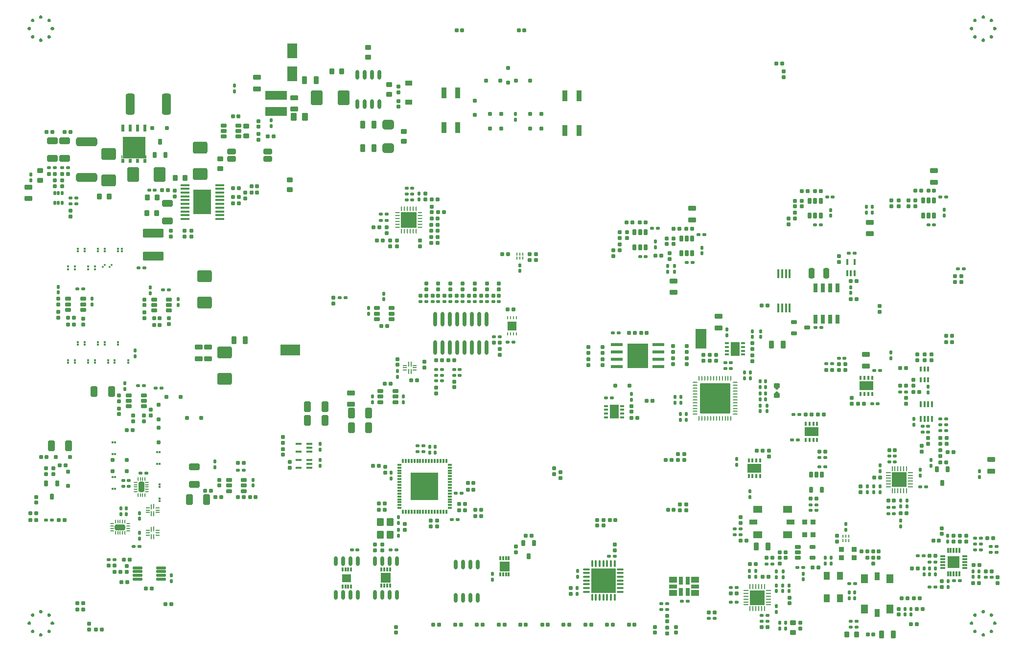
<source format=gbp>
G04*
G04 #@! TF.GenerationSoftware,Altium Limited,Altium Designer,19.1.6 (110)*
G04*
G04 Layer_Color=128*
%FSLAX44Y44*%
%MOMM*%
G71*
G01*
G75*
G04:AMPARAMS|DCode=29|XSize=0.6mm|YSize=0.6mm|CornerRadius=0.06mm|HoleSize=0mm|Usage=FLASHONLY|Rotation=180.000|XOffset=0mm|YOffset=0mm|HoleType=Round|Shape=RoundedRectangle|*
%AMROUNDEDRECTD29*
21,1,0.6000,0.4800,0,0,180.0*
21,1,0.4800,0.6000,0,0,180.0*
1,1,0.1200,-0.2400,0.2400*
1,1,0.1200,0.2400,0.2400*
1,1,0.1200,0.2400,-0.2400*
1,1,0.1200,-0.2400,-0.2400*
%
%ADD29ROUNDEDRECTD29*%
G04:AMPARAMS|DCode=33|XSize=0.5mm|YSize=0.6mm|CornerRadius=0.05mm|HoleSize=0mm|Usage=FLASHONLY|Rotation=270.000|XOffset=0mm|YOffset=0mm|HoleType=Round|Shape=RoundedRectangle|*
%AMROUNDEDRECTD33*
21,1,0.5000,0.5000,0,0,270.0*
21,1,0.4000,0.6000,0,0,270.0*
1,1,0.1000,-0.2500,-0.2000*
1,1,0.1000,-0.2500,0.2000*
1,1,0.1000,0.2500,0.2000*
1,1,0.1000,0.2500,-0.2000*
%
%ADD33ROUNDEDRECTD33*%
%ADD34R,0.3000X0.3100*%
G04:AMPARAMS|DCode=35|XSize=0.5mm|YSize=0.6mm|CornerRadius=0.05mm|HoleSize=0mm|Usage=FLASHONLY|Rotation=0.000|XOffset=0mm|YOffset=0mm|HoleType=Round|Shape=RoundedRectangle|*
%AMROUNDEDRECTD35*
21,1,0.5000,0.5000,0,0,0.0*
21,1,0.4000,0.6000,0,0,0.0*
1,1,0.1000,0.2000,-0.2500*
1,1,0.1000,-0.2000,-0.2500*
1,1,0.1000,-0.2000,0.2500*
1,1,0.1000,0.2000,0.2500*
%
%ADD35ROUNDEDRECTD35*%
G04:AMPARAMS|DCode=36|XSize=0.6mm|YSize=0.6mm|CornerRadius=0.06mm|HoleSize=0mm|Usage=FLASHONLY|Rotation=90.000|XOffset=0mm|YOffset=0mm|HoleType=Round|Shape=RoundedRectangle|*
%AMROUNDEDRECTD36*
21,1,0.6000,0.4800,0,0,90.0*
21,1,0.4800,0.6000,0,0,90.0*
1,1,0.1200,0.2400,0.2400*
1,1,0.1200,0.2400,-0.2400*
1,1,0.1200,-0.2400,-0.2400*
1,1,0.1200,-0.2400,0.2400*
%
%ADD36ROUNDEDRECTD36*%
G04:AMPARAMS|DCode=37|XSize=1mm|YSize=0.9mm|CornerRadius=0.1125mm|HoleSize=0mm|Usage=FLASHONLY|Rotation=270.000|XOffset=0mm|YOffset=0mm|HoleType=Round|Shape=RoundedRectangle|*
%AMROUNDEDRECTD37*
21,1,1.0000,0.6750,0,0,270.0*
21,1,0.7750,0.9000,0,0,270.0*
1,1,0.2250,-0.3375,-0.3875*
1,1,0.2250,-0.3375,0.3875*
1,1,0.2250,0.3375,0.3875*
1,1,0.2250,0.3375,-0.3875*
%
%ADD37ROUNDEDRECTD37*%
%ADD41R,0.2000X0.8100*%
%ADD42R,0.2000X0.9100*%
G04:AMPARAMS|DCode=44|XSize=1mm|YSize=0.9mm|CornerRadius=0.1125mm|HoleSize=0mm|Usage=FLASHONLY|Rotation=180.000|XOffset=0mm|YOffset=0mm|HoleType=Round|Shape=RoundedRectangle|*
%AMROUNDEDRECTD44*
21,1,1.0000,0.6750,0,0,180.0*
21,1,0.7750,0.9000,0,0,180.0*
1,1,0.2250,-0.3875,0.3375*
1,1,0.2250,0.3875,0.3375*
1,1,0.2250,0.3875,-0.3375*
1,1,0.2250,-0.3875,-0.3375*
%
%ADD44ROUNDEDRECTD44*%
%ADD74R,3.7000X1.6000*%
G04:AMPARAMS|DCode=77|XSize=1.8mm|YSize=1.15mm|CornerRadius=0.1438mm|HoleSize=0mm|Usage=FLASHONLY|Rotation=180.000|XOffset=0mm|YOffset=0mm|HoleType=Round|Shape=RoundedRectangle|*
%AMROUNDEDRECTD77*
21,1,1.8000,0.8625,0,0,180.0*
21,1,1.5125,1.1500,0,0,180.0*
1,1,0.2875,-0.7563,0.4313*
1,1,0.2875,0.7563,0.4313*
1,1,0.2875,0.7563,-0.4313*
1,1,0.2875,-0.7563,-0.4313*
%
%ADD77ROUNDEDRECTD77*%
%ADD80R,0.3100X0.3000*%
G04:AMPARAMS|DCode=100|XSize=2.5mm|YSize=2mm|CornerRadius=0.25mm|HoleSize=0mm|Usage=FLASHONLY|Rotation=90.000|XOffset=0mm|YOffset=0mm|HoleType=Round|Shape=RoundedRectangle|*
%AMROUNDEDRECTD100*
21,1,2.5000,1.5000,0,0,90.0*
21,1,2.0000,2.0000,0,0,90.0*
1,1,0.5000,0.7500,1.0000*
1,1,0.5000,0.7500,-1.0000*
1,1,0.5000,-0.7500,-1.0000*
1,1,0.5000,-0.7500,1.0000*
%
%ADD100ROUNDEDRECTD100*%
%ADD101R,3.5000X1.9000*%
G04:AMPARAMS|DCode=102|XSize=0.6mm|YSize=0.7mm|CornerRadius=0.075mm|HoleSize=0mm|Usage=FLASHONLY|Rotation=270.000|XOffset=0mm|YOffset=0mm|HoleType=Round|Shape=RoundedRectangle|*
%AMROUNDEDRECTD102*
21,1,0.6000,0.5500,0,0,270.0*
21,1,0.4500,0.7000,0,0,270.0*
1,1,0.1500,-0.2750,-0.2250*
1,1,0.1500,-0.2750,0.2250*
1,1,0.1500,0.2750,0.2250*
1,1,0.1500,0.2750,-0.2250*
%
%ADD102ROUNDEDRECTD102*%
G04:AMPARAMS|DCode=107|XSize=1.4mm|YSize=1mm|CornerRadius=0.125mm|HoleSize=0mm|Usage=FLASHONLY|Rotation=90.000|XOffset=0mm|YOffset=0mm|HoleType=Round|Shape=RoundedRectangle|*
%AMROUNDEDRECTD107*
21,1,1.4000,0.7500,0,0,90.0*
21,1,1.1500,1.0000,0,0,90.0*
1,1,0.2500,0.3750,0.5750*
1,1,0.2500,0.3750,-0.5750*
1,1,0.2500,-0.3750,-0.5750*
1,1,0.2500,-0.3750,0.5750*
%
%ADD107ROUNDEDRECTD107*%
%ADD194R,2.5000X2.5000*%
G04:AMPARAMS|DCode=280|XSize=0.6mm|YSize=0.5mm|CornerRadius=0.05mm|HoleSize=0mm|Usage=FLASHONLY|Rotation=90.000|XOffset=0mm|YOffset=0mm|HoleType=Round|Shape=RoundedRectangle|*
%AMROUNDEDRECTD280*
21,1,0.6000,0.4000,0,0,90.0*
21,1,0.5000,0.5000,0,0,90.0*
1,1,0.1000,0.2000,0.2500*
1,1,0.1000,0.2000,-0.2500*
1,1,0.1000,-0.2000,-0.2500*
1,1,0.1000,-0.2000,0.2500*
%
%ADD280ROUNDEDRECTD280*%
G04:AMPARAMS|DCode=281|XSize=0.55mm|YSize=2.1mm|CornerRadius=0.1375mm|HoleSize=0mm|Usage=FLASHONLY|Rotation=90.000|XOffset=0mm|YOffset=0mm|HoleType=Round|Shape=RoundedRectangle|*
%AMROUNDEDRECTD281*
21,1,0.5500,1.8250,0,0,90.0*
21,1,0.2750,2.1000,0,0,90.0*
1,1,0.2750,0.9125,0.1375*
1,1,0.2750,0.9125,-0.1375*
1,1,0.2750,-0.9125,-0.1375*
1,1,0.2750,-0.9125,0.1375*
%
%ADD281ROUNDEDRECTD281*%
%ADD282R,3.6000X4.2000*%
G04:AMPARAMS|DCode=283|XSize=0.6mm|YSize=0.7mm|CornerRadius=0.075mm|HoleSize=0mm|Usage=FLASHONLY|Rotation=0.000|XOffset=0mm|YOffset=0mm|HoleType=Round|Shape=RoundedRectangle|*
%AMROUNDEDRECTD283*
21,1,0.6000,0.5500,0,0,0.0*
21,1,0.4500,0.7000,0,0,0.0*
1,1,0.1500,0.2250,-0.2750*
1,1,0.1500,-0.2250,-0.2750*
1,1,0.1500,-0.2250,0.2750*
1,1,0.1500,0.2250,0.2750*
%
%ADD283ROUNDEDRECTD283*%
G04:AMPARAMS|DCode=284|XSize=0.9mm|YSize=0.9mm|CornerRadius=0.1125mm|HoleSize=0mm|Usage=FLASHONLY|Rotation=270.000|XOffset=0mm|YOffset=0mm|HoleType=Round|Shape=RoundedRectangle|*
%AMROUNDEDRECTD284*
21,1,0.9000,0.6750,0,0,270.0*
21,1,0.6750,0.9000,0,0,270.0*
1,1,0.2250,-0.3375,-0.3375*
1,1,0.2250,-0.3375,0.3375*
1,1,0.2250,0.3375,0.3375*
1,1,0.2250,0.3375,-0.3375*
%
%ADD284ROUNDEDRECTD284*%
G04:AMPARAMS|DCode=285|XSize=0.6mm|YSize=1mm|CornerRadius=0.075mm|HoleSize=0mm|Usage=FLASHONLY|Rotation=0.000|XOffset=0mm|YOffset=0mm|HoleType=Round|Shape=RoundedRectangle|*
%AMROUNDEDRECTD285*
21,1,0.6000,0.8500,0,0,0.0*
21,1,0.4500,1.0000,0,0,0.0*
1,1,0.1500,0.2250,-0.4250*
1,1,0.1500,-0.2250,-0.4250*
1,1,0.1500,-0.2250,0.4250*
1,1,0.1500,0.2250,0.4250*
%
%ADD285ROUNDEDRECTD285*%
G04:AMPARAMS|DCode=286|XSize=5.3mm|YSize=5.3mm|CornerRadius=0.265mm|HoleSize=0mm|Usage=FLASHONLY|Rotation=270.000|XOffset=0mm|YOffset=0mm|HoleType=Round|Shape=RoundedRectangle|*
%AMROUNDEDRECTD286*
21,1,5.3000,4.7700,0,0,270.0*
21,1,4.7700,5.3000,0,0,270.0*
1,1,0.5300,-2.3850,-2.3850*
1,1,0.5300,-2.3850,2.3850*
1,1,0.5300,2.3850,2.3850*
1,1,0.5300,2.3850,-2.3850*
%
%ADD286ROUNDEDRECTD286*%
G04:AMPARAMS|DCode=287|XSize=0.85mm|YSize=0.25mm|CornerRadius=0.0625mm|HoleSize=0mm|Usage=FLASHONLY|Rotation=270.000|XOffset=0mm|YOffset=0mm|HoleType=Round|Shape=RoundedRectangle|*
%AMROUNDEDRECTD287*
21,1,0.8500,0.1250,0,0,270.0*
21,1,0.7250,0.2500,0,0,270.0*
1,1,0.1250,-0.0625,-0.3625*
1,1,0.1250,-0.0625,0.3625*
1,1,0.1250,0.0625,0.3625*
1,1,0.1250,0.0625,-0.3625*
%
%ADD287ROUNDEDRECTD287*%
G04:AMPARAMS|DCode=288|XSize=0.85mm|YSize=0.25mm|CornerRadius=0.0625mm|HoleSize=0mm|Usage=FLASHONLY|Rotation=0.000|XOffset=0mm|YOffset=0mm|HoleType=Round|Shape=RoundedRectangle|*
%AMROUNDEDRECTD288*
21,1,0.8500,0.1250,0,0,0.0*
21,1,0.7250,0.2500,0,0,0.0*
1,1,0.1250,0.3625,-0.0625*
1,1,0.1250,-0.3625,-0.0625*
1,1,0.1250,-0.3625,0.0625*
1,1,0.1250,0.3625,0.0625*
%
%ADD288ROUNDEDRECTD288*%
%ADD289R,1.6000X2.3500*%
%ADD290R,0.7000X0.3000*%
G04:AMPARAMS|DCode=291|XSize=1.3mm|YSize=0.8mm|CornerRadius=0.1mm|HoleSize=0mm|Usage=FLASHONLY|Rotation=180.000|XOffset=0mm|YOffset=0mm|HoleType=Round|Shape=RoundedRectangle|*
%AMROUNDEDRECTD291*
21,1,1.3000,0.6000,0,0,180.0*
21,1,1.1000,0.8000,0,0,180.0*
1,1,0.2000,-0.5500,0.3000*
1,1,0.2000,0.5500,0.3000*
1,1,0.2000,0.5500,-0.3000*
1,1,0.2000,-0.5500,-0.3000*
%
%ADD291ROUNDEDRECTD291*%
G04:AMPARAMS|DCode=292|XSize=1.3mm|YSize=0.8mm|CornerRadius=0.1mm|HoleSize=0mm|Usage=FLASHONLY|Rotation=90.000|XOffset=0mm|YOffset=0mm|HoleType=Round|Shape=RoundedRectangle|*
%AMROUNDEDRECTD292*
21,1,1.3000,0.6000,0,0,90.0*
21,1,1.1000,0.8000,0,0,90.0*
1,1,0.2000,0.3000,0.5500*
1,1,0.2000,0.3000,-0.5500*
1,1,0.2000,-0.3000,-0.5500*
1,1,0.2000,-0.3000,0.5500*
%
%ADD292ROUNDEDRECTD292*%
%ADD293R,2.3500X1.6000*%
%ADD294R,0.3000X0.7000*%
%ADD295R,4.2000X4.2000*%
G04:AMPARAMS|DCode=296|XSize=0.3mm|YSize=1.15mm|CornerRadius=0.075mm|HoleSize=0mm|Usage=FLASHONLY|Rotation=0.000|XOffset=0mm|YOffset=0mm|HoleType=Round|Shape=RoundedRectangle|*
%AMROUNDEDRECTD296*
21,1,0.3000,1.0000,0,0,0.0*
21,1,0.1500,1.1500,0,0,0.0*
1,1,0.1500,0.0750,-0.5000*
1,1,0.1500,-0.0750,-0.5000*
1,1,0.1500,-0.0750,0.5000*
1,1,0.1500,0.0750,0.5000*
%
%ADD296ROUNDEDRECTD296*%
G04:AMPARAMS|DCode=297|XSize=0.3mm|YSize=1.15mm|CornerRadius=0.075mm|HoleSize=0mm|Usage=FLASHONLY|Rotation=270.000|XOffset=0mm|YOffset=0mm|HoleType=Round|Shape=RoundedRectangle|*
%AMROUNDEDRECTD297*
21,1,0.3000,1.0000,0,0,270.0*
21,1,0.1500,1.1500,0,0,270.0*
1,1,0.1500,-0.5000,-0.0750*
1,1,0.1500,-0.5000,0.0750*
1,1,0.1500,0.5000,0.0750*
1,1,0.1500,0.5000,-0.0750*
%
%ADD297ROUNDEDRECTD297*%
%ADD298R,1.3500X1.0000*%
%ADD299R,0.7000X1.3500*%
%ADD300R,1.3500X0.7000*%
%ADD301O,0.2500X0.9000*%
%ADD302O,0.9000X0.2500*%
%ADD303R,1.4000X0.9000*%
%ADD304R,1.5000X1.2000*%
%ADD305R,0.2500X0.5250*%
%ADD306R,0.7700X0.2000*%
G04:AMPARAMS|DCode=307|XSize=0.6mm|YSize=0.2mm|CornerRadius=0.075mm|HoleSize=0mm|Usage=FLASHONLY|Rotation=90.000|XOffset=0mm|YOffset=0mm|HoleType=Round|Shape=RoundedRectangle|*
%AMROUNDEDRECTD307*
21,1,0.6000,0.0500,0,0,90.0*
21,1,0.4500,0.2000,0,0,90.0*
1,1,0.1500,0.0250,0.2250*
1,1,0.1500,0.0250,-0.2250*
1,1,0.1500,-0.0250,-0.2250*
1,1,0.1500,-0.0250,0.2250*
%
%ADD307ROUNDEDRECTD307*%
G04:AMPARAMS|DCode=308|XSize=0.6mm|YSize=0.2mm|CornerRadius=0.05mm|HoleSize=0mm|Usage=FLASHONLY|Rotation=180.000|XOffset=0mm|YOffset=0mm|HoleType=Round|Shape=RoundedRectangle|*
%AMROUNDEDRECTD308*
21,1,0.6000,0.1000,0,0,180.0*
21,1,0.5000,0.2000,0,0,180.0*
1,1,0.1000,-0.2500,0.0500*
1,1,0.1000,0.2500,0.0500*
1,1,0.1000,0.2500,-0.0500*
1,1,0.1000,-0.2500,-0.0500*
%
%ADD308ROUNDEDRECTD308*%
G04:AMPARAMS|DCode=309|XSize=0.6mm|YSize=0.2mm|CornerRadius=0.075mm|HoleSize=0mm|Usage=FLASHONLY|Rotation=180.000|XOffset=0mm|YOffset=0mm|HoleType=Round|Shape=RoundedRectangle|*
%AMROUNDEDRECTD309*
21,1,0.6000,0.0500,0,0,180.0*
21,1,0.4500,0.2000,0,0,180.0*
1,1,0.1500,-0.2250,0.0250*
1,1,0.1500,0.2250,0.0250*
1,1,0.1500,0.2250,-0.0250*
1,1,0.1500,-0.2250,-0.0250*
%
%ADD309ROUNDEDRECTD309*%
G04:AMPARAMS|DCode=310|XSize=0.2mm|YSize=0.6mm|CornerRadius=0.075mm|HoleSize=0mm|Usage=FLASHONLY|Rotation=180.000|XOffset=0mm|YOffset=0mm|HoleType=Round|Shape=RoundedRectangle|*
%AMROUNDEDRECTD310*
21,1,0.2000,0.4500,0,0,180.0*
21,1,0.0500,0.6000,0,0,180.0*
1,1,0.1500,-0.0250,0.2250*
1,1,0.1500,0.0250,0.2250*
1,1,0.1500,0.0250,-0.2250*
1,1,0.1500,-0.0250,-0.2250*
%
%ADD310ROUNDEDRECTD310*%
G04:AMPARAMS|DCode=311|XSize=1mm|YSize=1.8mm|CornerRadius=0.25mm|HoleSize=0mm|Usage=FLASHONLY|Rotation=180.000|XOffset=0mm|YOffset=0mm|HoleType=Round|Shape=RoundedRectangle|*
%AMROUNDEDRECTD311*
21,1,1.0000,1.3000,0,0,180.0*
21,1,0.5000,1.8000,0,0,180.0*
1,1,0.5000,-0.2500,0.6500*
1,1,0.5000,0.2500,0.6500*
1,1,0.5000,0.2500,-0.6500*
1,1,0.5000,-0.2500,-0.6500*
%
%ADD311ROUNDEDRECTD311*%
G04:AMPARAMS|DCode=312|XSize=0.2mm|YSize=0.6mm|CornerRadius=0.075mm|HoleSize=0mm|Usage=FLASHONLY|Rotation=90.000|XOffset=0mm|YOffset=0mm|HoleType=Round|Shape=RoundedRectangle|*
%AMROUNDEDRECTD312*
21,1,0.2000,0.4500,0,0,90.0*
21,1,0.0500,0.6000,0,0,90.0*
1,1,0.1500,0.2250,0.0250*
1,1,0.1500,0.2250,-0.0250*
1,1,0.1500,-0.2250,-0.0250*
1,1,0.1500,-0.2250,0.0250*
%
%ADD312ROUNDEDRECTD312*%
G04:AMPARAMS|DCode=313|XSize=1mm|YSize=1.8mm|CornerRadius=0.25mm|HoleSize=0mm|Usage=FLASHONLY|Rotation=90.000|XOffset=0mm|YOffset=0mm|HoleType=Round|Shape=RoundedRectangle|*
%AMROUNDEDRECTD313*
21,1,1.0000,1.3000,0,0,90.0*
21,1,0.5000,1.8000,0,0,90.0*
1,1,0.5000,0.6500,0.2500*
1,1,0.5000,0.6500,-0.2500*
1,1,0.5000,-0.6500,-0.2500*
1,1,0.5000,-0.6500,0.2500*
%
%ADD313ROUNDEDRECTD313*%
G04:AMPARAMS|DCode=314|XSize=0.6mm|YSize=0.2mm|CornerRadius=0.05mm|HoleSize=0mm|Usage=FLASHONLY|Rotation=90.000|XOffset=0mm|YOffset=0mm|HoleType=Round|Shape=RoundedRectangle|*
%AMROUNDEDRECTD314*
21,1,0.6000,0.1000,0,0,90.0*
21,1,0.5000,0.2000,0,0,90.0*
1,1,0.1000,0.0500,0.2500*
1,1,0.1000,0.0500,-0.2500*
1,1,0.1000,-0.0500,-0.2500*
1,1,0.1000,-0.0500,0.2500*
%
%ADD314ROUNDEDRECTD314*%
%ADD315R,0.7500X0.2200*%
%ADD316R,0.2200X0.8100*%
%ADD317R,0.2200X0.9100*%
G04:AMPARAMS|DCode=318|XSize=0.31mm|YSize=0.3mm|CornerRadius=0mm|HoleSize=0mm|Usage=FLASHONLY|Rotation=225.000|XOffset=0mm|YOffset=0mm|HoleType=Round|Shape=Rectangle|*
%AMROTATEDRECTD318*
4,1,4,0.0035,0.2157,0.2157,0.0035,-0.0035,-0.2157,-0.2157,-0.0035,0.0035,0.2157,0.0*
%
%ADD318ROTATEDRECTD318*%

G04:AMPARAMS|DCode=319|XSize=1.7mm|YSize=0.45mm|CornerRadius=0.1125mm|HoleSize=0mm|Usage=FLASHONLY|Rotation=180.000|XOffset=0mm|YOffset=0mm|HoleType=Round|Shape=RoundedRectangle|*
%AMROUNDEDRECTD319*
21,1,1.7000,0.2250,0,0,180.0*
21,1,1.4750,0.4500,0,0,180.0*
1,1,0.2250,-0.7375,0.1125*
1,1,0.2250,0.7375,0.1125*
1,1,0.2250,0.7375,-0.1125*
1,1,0.2250,-0.7375,-0.1125*
%
%ADD319ROUNDEDRECTD319*%
G04:AMPARAMS|DCode=320|XSize=1.8mm|YSize=1.15mm|CornerRadius=0.1438mm|HoleSize=0mm|Usage=FLASHONLY|Rotation=270.000|XOffset=0mm|YOffset=0mm|HoleType=Round|Shape=RoundedRectangle|*
%AMROUNDEDRECTD320*
21,1,1.8000,0.8625,0,0,270.0*
21,1,1.5125,1.1500,0,0,270.0*
1,1,0.2875,-0.4313,-0.7563*
1,1,0.2875,-0.4313,0.7563*
1,1,0.2875,0.4313,0.7563*
1,1,0.2875,0.4313,-0.7563*
%
%ADD320ROUNDEDRECTD320*%
%ADD321R,0.3500X1.5000*%
G04:AMPARAMS|DCode=322|XSize=2.5mm|YSize=2mm|CornerRadius=0.25mm|HoleSize=0mm|Usage=FLASHONLY|Rotation=180.000|XOffset=0mm|YOffset=0mm|HoleType=Round|Shape=RoundedRectangle|*
%AMROUNDEDRECTD322*
21,1,2.5000,1.5000,0,0,180.0*
21,1,2.0000,2.0000,0,0,180.0*
1,1,0.5000,-1.0000,0.7500*
1,1,0.5000,1.0000,0.7500*
1,1,0.5000,1.0000,-0.7500*
1,1,0.5000,-1.0000,-0.7500*
%
%ADD322ROUNDEDRECTD322*%
G04:AMPARAMS|DCode=323|XSize=0.6mm|YSize=1mm|CornerRadius=0.075mm|HoleSize=0mm|Usage=FLASHONLY|Rotation=90.000|XOffset=0mm|YOffset=0mm|HoleType=Round|Shape=RoundedRectangle|*
%AMROUNDEDRECTD323*
21,1,0.6000,0.8500,0,0,90.0*
21,1,0.4500,1.0000,0,0,90.0*
1,1,0.1500,0.4250,0.2250*
1,1,0.1500,0.4250,-0.2250*
1,1,0.1500,-0.4250,-0.2250*
1,1,0.1500,-0.4250,0.2250*
%
%ADD323ROUNDEDRECTD323*%
G04:AMPARAMS|DCode=324|XSize=1.4mm|YSize=1.2mm|CornerRadius=0.15mm|HoleSize=0mm|Usage=FLASHONLY|Rotation=270.000|XOffset=0mm|YOffset=0mm|HoleType=Round|Shape=RoundedRectangle|*
%AMROUNDEDRECTD324*
21,1,1.4000,0.9000,0,0,270.0*
21,1,1.1000,1.2000,0,0,270.0*
1,1,0.3000,-0.4500,-0.5500*
1,1,0.3000,-0.4500,0.5500*
1,1,0.3000,0.4500,0.5500*
1,1,0.3000,0.4500,-0.5500*
%
%ADD324ROUNDEDRECTD324*%
%ADD325O,0.6000X1.7000*%
%ADD326R,1.7000X1.7000*%
%ADD327R,0.3000X0.6500*%
G04:AMPARAMS|DCode=328|XSize=0.3mm|YSize=0.7mm|CornerRadius=0.075mm|HoleSize=0mm|Usage=FLASHONLY|Rotation=270.000|XOffset=0mm|YOffset=0mm|HoleType=Round|Shape=RoundedRectangle|*
%AMROUNDEDRECTD328*
21,1,0.3000,0.5500,0,0,270.0*
21,1,0.1500,0.7000,0,0,270.0*
1,1,0.1500,-0.2750,-0.0750*
1,1,0.1500,-0.2750,0.0750*
1,1,0.1500,0.2750,0.0750*
1,1,0.1500,0.2750,-0.0750*
%
%ADD328ROUNDEDRECTD328*%
G04:AMPARAMS|DCode=329|XSize=0.3mm|YSize=0.7mm|CornerRadius=0.075mm|HoleSize=0mm|Usage=FLASHONLY|Rotation=0.000|XOffset=0mm|YOffset=0mm|HoleType=Round|Shape=RoundedRectangle|*
%AMROUNDEDRECTD329*
21,1,0.3000,0.5500,0,0,0.0*
21,1,0.1500,0.7000,0,0,0.0*
1,1,0.1500,0.0750,-0.2750*
1,1,0.1500,-0.0750,-0.2750*
1,1,0.1500,-0.0750,0.2750*
1,1,0.1500,0.0750,0.2750*
%
%ADD329ROUNDEDRECTD329*%
%ADD330R,4.7000X4.7000*%
%ADD331R,0.3000X0.7000*%
%ADD332R,1.6000X1.4000*%
G04:AMPARAMS|DCode=333|XSize=1.6mm|YSize=3.65mm|CornerRadius=0.4mm|HoleSize=0mm|Usage=FLASHONLY|Rotation=90.000|XOffset=0mm|YOffset=0mm|HoleType=Round|Shape=RoundedRectangle|*
%AMROUNDEDRECTD333*
21,1,1.6000,2.8500,0,0,90.0*
21,1,0.8000,3.6500,0,0,90.0*
1,1,0.8000,1.4250,0.4000*
1,1,0.8000,1.4250,-0.4000*
1,1,0.8000,-1.4250,-0.4000*
1,1,0.8000,-1.4250,0.4000*
%
%ADD333ROUNDEDRECTD333*%
G04:AMPARAMS|DCode=334|XSize=1mm|YSize=1.5mm|CornerRadius=0.25mm|HoleSize=0mm|Usage=FLASHONLY|Rotation=90.000|XOffset=0mm|YOffset=0mm|HoleType=Round|Shape=RoundedRectangle|*
%AMROUNDEDRECTD334*
21,1,1.0000,1.0000,0,0,90.0*
21,1,0.5000,1.5000,0,0,90.0*
1,1,0.5000,0.5000,0.2500*
1,1,0.5000,0.5000,-0.2500*
1,1,0.5000,-0.5000,-0.2500*
1,1,0.5000,-0.5000,0.2500*
%
%ADD334ROUNDEDRECTD334*%
G04:AMPARAMS|DCode=335|XSize=3.6mm|YSize=1.5mm|CornerRadius=0.1875mm|HoleSize=0mm|Usage=FLASHONLY|Rotation=0.000|XOffset=0mm|YOffset=0mm|HoleType=Round|Shape=RoundedRectangle|*
%AMROUNDEDRECTD335*
21,1,3.6000,1.1250,0,0,0.0*
21,1,3.2250,1.5000,0,0,0.0*
1,1,0.3750,1.6125,-0.5625*
1,1,0.3750,-1.6125,-0.5625*
1,1,0.3750,-1.6125,0.5625*
1,1,0.3750,1.6125,0.5625*
%
%ADD335ROUNDEDRECTD335*%
G04:AMPARAMS|DCode=336|XSize=0.45mm|YSize=0.7mm|CornerRadius=0.0563mm|HoleSize=0mm|Usage=FLASHONLY|Rotation=180.000|XOffset=0mm|YOffset=0mm|HoleType=Round|Shape=RoundedRectangle|*
%AMROUNDEDRECTD336*
21,1,0.4500,0.5875,0,0,180.0*
21,1,0.3375,0.7000,0,0,180.0*
1,1,0.1125,-0.1688,0.2938*
1,1,0.1125,0.1688,0.2938*
1,1,0.1125,0.1688,-0.2938*
1,1,0.1125,-0.1688,-0.2938*
%
%ADD336ROUNDEDRECTD336*%
%ADD337R,0.4000X1.0000*%
%ADD338R,2.1000X2.1000*%
%ADD339R,0.8500X0.3000*%
%ADD340R,0.3000X0.8500*%
%ADD341R,0.4000X0.8500*%
G04:AMPARAMS|DCode=342|XSize=1.6mm|YSize=3.65mm|CornerRadius=0.4mm|HoleSize=0mm|Usage=FLASHONLY|Rotation=180.000|XOffset=0mm|YOffset=0mm|HoleType=Round|Shape=RoundedRectangle|*
%AMROUNDEDRECTD342*
21,1,1.6000,2.8500,0,0,180.0*
21,1,0.8000,3.6500,0,0,180.0*
1,1,0.8000,-0.4000,1.4250*
1,1,0.8000,0.4000,1.4250*
1,1,0.8000,0.4000,-1.4250*
1,1,0.8000,-0.4000,-1.4250*
%
%ADD342ROUNDEDRECTD342*%
%ADD343R,1.7000X2.5000*%
G04:AMPARAMS|DCode=344|XSize=1.7mm|YSize=2mm|CornerRadius=0.425mm|HoleSize=0mm|Usage=FLASHONLY|Rotation=90.000|XOffset=0mm|YOffset=0mm|HoleType=Round|Shape=RoundedRectangle|*
%AMROUNDEDRECTD344*
21,1,1.7000,1.1500,0,0,90.0*
21,1,0.8500,2.0000,0,0,90.0*
1,1,0.8500,0.5750,0.4250*
1,1,0.8500,0.5750,-0.4250*
1,1,0.8500,-0.5750,-0.4250*
1,1,0.8500,-0.5750,0.4250*
%
%ADD344ROUNDEDRECTD344*%
%ADD345R,1.2000X1.5000*%
%ADD346R,0.9000X1.4000*%
%ADD347R,1.0000X1.3500*%
G04:AMPARAMS|DCode=348|XSize=0.9mm|YSize=0.9mm|CornerRadius=0.1125mm|HoleSize=0mm|Usage=FLASHONLY|Rotation=0.000|XOffset=0mm|YOffset=0mm|HoleType=Round|Shape=RoundedRectangle|*
%AMROUNDEDRECTD348*
21,1,0.9000,0.6750,0,0,0.0*
21,1,0.6750,0.9000,0,0,0.0*
1,1,0.2250,0.3375,-0.3375*
1,1,0.2250,-0.3375,-0.3375*
1,1,0.2250,-0.3375,0.3375*
1,1,0.2250,0.3375,0.3375*
%
%ADD348ROUNDEDRECTD348*%
%ADD349R,1.6000X1.6000*%
%ADD350R,0.2500X0.6250*%
%ADD351R,0.9000X1.8400*%
G04:AMPARAMS|DCode=352|XSize=1.22mm|YSize=0.91mm|CornerRadius=0.1138mm|HoleSize=0mm|Usage=FLASHONLY|Rotation=180.000|XOffset=0mm|YOffset=0mm|HoleType=Round|Shape=RoundedRectangle|*
%AMROUNDEDRECTD352*
21,1,1.2200,0.6825,0,0,180.0*
21,1,0.9925,0.9100,0,0,180.0*
1,1,0.2275,-0.4963,0.3413*
1,1,0.2275,0.4963,0.3413*
1,1,0.2275,0.4963,-0.3413*
1,1,0.2275,-0.4963,-0.3413*
%
%ADD352ROUNDEDRECTD352*%
%ADD353O,0.7000X2.5000*%
%ADD354R,3.1000X4.3000*%
%ADD355R,1.6000X0.3600*%
%ADD356R,0.6500X1.5250*%
%ADD357R,0.3600X1.0000*%
%ADD358R,1.9000X3.5000*%
%ADD359R,0.2550X0.5000*%
%ADD360R,0.6100X1.2700*%
%ADD361R,0.6100X0.7700*%
%ADD362R,3.9100X3.7500*%
G04:AMPARAMS|DCode=363|XSize=0.2393mm|YSize=0.7811mm|CornerRadius=0.0598mm|HoleSize=0mm|Usage=FLASHONLY|Rotation=180.000|XOffset=0mm|YOffset=0mm|HoleType=Round|Shape=RoundedRectangle|*
%AMROUNDEDRECTD363*
21,1,0.2393,0.6614,0,0,180.0*
21,1,0.1196,0.7811,0,0,180.0*
1,1,0.1196,-0.0598,0.3307*
1,1,0.1196,0.0598,0.3307*
1,1,0.1196,0.0598,-0.3307*
1,1,0.1196,-0.0598,-0.3307*
%
%ADD363ROUNDEDRECTD363*%
G04:AMPARAMS|DCode=364|XSize=0.7811mm|YSize=0.2393mm|CornerRadius=0.0598mm|HoleSize=0mm|Usage=FLASHONLY|Rotation=180.000|XOffset=0mm|YOffset=0mm|HoleType=Round|Shape=RoundedRectangle|*
%AMROUNDEDRECTD364*
21,1,0.7811,0.1196,0,0,180.0*
21,1,0.6614,0.2393,0,0,180.0*
1,1,0.1196,-0.3307,0.0598*
1,1,0.1196,0.3307,0.0598*
1,1,0.1196,0.3307,-0.0598*
1,1,0.1196,-0.3307,-0.0598*
%
%ADD364ROUNDEDRECTD364*%
%ADD365R,0.7811X0.2393*%
%ADD366R,2.7000X2.7000*%
%ADD367R,1.0000X0.3600*%
G36*
X36699Y57543D02*
X37543Y56699D01*
X38000Y55597D01*
Y55000D01*
Y54403D01*
X37543Y53301D01*
X36699Y52457D01*
X35597Y52000D01*
X34403D01*
X33301Y52457D01*
X32457Y53301D01*
X32000Y54403D01*
Y55000D01*
Y55597D01*
X32457Y56699D01*
X33301Y57543D01*
X34403Y58000D01*
X35597D01*
X36699Y57543D01*
D02*
G37*
G36*
X50841Y51685D02*
X51263Y51263D01*
X51685Y50841D01*
X52142Y49739D01*
Y48545D01*
X51685Y47443D01*
X51263Y47021D01*
X50841Y46599D01*
X49739Y46142D01*
X48545D01*
X47443Y46599D01*
X47021Y47021D01*
X46599Y47443D01*
X46142Y48545D01*
Y49739D01*
X46599Y50841D01*
X47021Y51263D01*
X47443Y51685D01*
X48545Y52142D01*
X49739D01*
X50841Y51685D01*
D02*
G37*
G36*
X22557D02*
X22979Y51263D01*
X23401Y50841D01*
X23858Y49739D01*
Y48545D01*
X23401Y47443D01*
X22979Y47021D01*
X22557Y46599D01*
X21455Y46142D01*
X20261D01*
X19159Y46599D01*
X18736Y47021D01*
X18315Y47443D01*
X17858Y48545D01*
Y49739D01*
X18315Y50841D01*
X18736Y51263D01*
X19159Y51685D01*
X20261Y52142D01*
X21455D01*
X22557Y51685D01*
D02*
G37*
G36*
X56699Y37543D02*
X57543Y36699D01*
X58000Y35597D01*
Y35000D01*
Y34403D01*
X57543Y33301D01*
X56699Y32457D01*
X55597Y32000D01*
X54403D01*
X53301Y32457D01*
X52457Y33301D01*
X52000Y34403D01*
Y35000D01*
Y35597D01*
X52457Y36699D01*
X53301Y37543D01*
X54403Y38000D01*
X55597D01*
X56699Y37543D01*
D02*
G37*
G36*
X16699D02*
X17543Y36699D01*
X18000Y35597D01*
Y35000D01*
Y34403D01*
X17543Y33301D01*
X16699Y32457D01*
X15597Y32000D01*
X14403D01*
X13301Y32457D01*
X12457Y33301D01*
X12000Y34403D01*
Y35000D01*
Y35597D01*
X12457Y36699D01*
X13301Y37543D01*
X14403Y38000D01*
X15597D01*
X16699Y37543D01*
D02*
G37*
G36*
X50841Y23401D02*
X51263Y22979D01*
X51685Y22557D01*
X52142Y21455D01*
Y20261D01*
X51685Y19159D01*
X51263Y18736D01*
X50841Y18315D01*
X49739Y17858D01*
X48545D01*
X47443Y18315D01*
X47021Y18736D01*
X46599Y19159D01*
X46142Y20261D01*
Y21455D01*
X46599Y22557D01*
X47021Y22979D01*
X47443Y23401D01*
X48545Y23858D01*
X49739D01*
X50841Y23401D01*
D02*
G37*
G36*
X22557D02*
X22979Y22979D01*
X23401Y22557D01*
X23858Y21455D01*
Y20261D01*
X23401Y19159D01*
X22979Y18736D01*
X22557Y18315D01*
X21455Y17858D01*
X20261D01*
X19159Y18315D01*
X18736Y18736D01*
X18315Y19159D01*
X17858Y20261D01*
Y21455D01*
X18315Y22557D01*
X18736Y22979D01*
X19159Y23401D01*
X20261Y23858D01*
X21455D01*
X22557Y23401D01*
D02*
G37*
G36*
X36699Y17543D02*
X37543Y16699D01*
X38000Y15597D01*
Y15000D01*
Y14403D01*
X37543Y13301D01*
X36699Y12457D01*
X35597Y12000D01*
X34403D01*
X33301Y12457D01*
X32457Y13301D01*
X32000Y14403D01*
Y15000D01*
Y15597D01*
X32457Y16699D01*
X33301Y17543D01*
X34403Y18000D01*
X35597D01*
X36699Y17543D01*
D02*
G37*
G36*
Y1087543D02*
X37543Y1086699D01*
X38000Y1085597D01*
Y1085000D01*
Y1084403D01*
X37543Y1083301D01*
X36699Y1082457D01*
X35597Y1082000D01*
X34403D01*
X33301Y1082457D01*
X32457Y1083301D01*
X32000Y1084403D01*
Y1085000D01*
Y1085597D01*
X32457Y1086699D01*
X33301Y1087543D01*
X34403Y1088000D01*
X35597D01*
X36699Y1087543D01*
D02*
G37*
G36*
X50841Y1081685D02*
X51263Y1081264D01*
X51685Y1080842D01*
X52142Y1079739D01*
Y1078545D01*
X51685Y1077443D01*
X51263Y1077021D01*
X50841Y1076599D01*
X49739Y1076142D01*
X48545D01*
X47443Y1076599D01*
X47021Y1077021D01*
X46599Y1077443D01*
X46142Y1078545D01*
Y1079739D01*
X46599Y1080842D01*
X47021Y1081264D01*
X47443Y1081685D01*
X48545Y1082142D01*
X49739D01*
X50841Y1081685D01*
D02*
G37*
G36*
X22557D02*
X22979Y1081264D01*
X23401Y1080842D01*
X23858Y1079739D01*
Y1078545D01*
X23401Y1077443D01*
X22979Y1077021D01*
X22557Y1076599D01*
X21455Y1076142D01*
X20261D01*
X19159Y1076599D01*
X18736Y1077021D01*
X18315Y1077443D01*
X17858Y1078545D01*
Y1079739D01*
X18315Y1080842D01*
X18736Y1081264D01*
X19159Y1081685D01*
X20261Y1082142D01*
X21455D01*
X22557Y1081685D01*
D02*
G37*
G36*
X56699Y1067543D02*
X57543Y1066699D01*
X58000Y1065597D01*
Y1065000D01*
Y1064403D01*
X57543Y1063301D01*
X56699Y1062457D01*
X55597Y1062000D01*
X54403D01*
X53301Y1062457D01*
X52457Y1063301D01*
X52000Y1064403D01*
Y1065000D01*
Y1065597D01*
X52457Y1066699D01*
X53301Y1067543D01*
X54403Y1068000D01*
X55597D01*
X56699Y1067543D01*
D02*
G37*
G36*
X16699D02*
X17543Y1066699D01*
X18000Y1065597D01*
Y1065000D01*
Y1064403D01*
X17543Y1063301D01*
X16699Y1062457D01*
X15597Y1062000D01*
X14403D01*
X13301Y1062457D01*
X12457Y1063301D01*
X12000Y1064403D01*
Y1065000D01*
Y1065597D01*
X12457Y1066699D01*
X13301Y1067543D01*
X14403Y1068000D01*
X15597D01*
X16699Y1067543D01*
D02*
G37*
G36*
X50841Y1053401D02*
X51263Y1052979D01*
X51685Y1052557D01*
X52142Y1051455D01*
Y1050261D01*
X51685Y1049158D01*
X51263Y1048736D01*
X50841Y1048315D01*
X49739Y1047858D01*
X48545D01*
X47443Y1048315D01*
X47021Y1048736D01*
X46599Y1049158D01*
X46142Y1050261D01*
Y1051455D01*
X46599Y1052557D01*
X47021Y1052979D01*
X47443Y1053401D01*
X48545Y1053858D01*
X49739D01*
X50841Y1053401D01*
D02*
G37*
G36*
X22557D02*
X22979Y1052979D01*
X23401Y1052557D01*
X23858Y1051455D01*
Y1050261D01*
X23401Y1049158D01*
X22979Y1048736D01*
X22557Y1048315D01*
X21455Y1047858D01*
X20261D01*
X19159Y1048315D01*
X18736Y1048736D01*
X18315Y1049158D01*
X17858Y1050261D01*
Y1051455D01*
X18315Y1052557D01*
X18736Y1052979D01*
X19159Y1053401D01*
X20261Y1053858D01*
X21455D01*
X22557Y1053401D01*
D02*
G37*
G36*
X36699Y1047543D02*
X37543Y1046699D01*
X38000Y1045597D01*
Y1045000D01*
Y1044403D01*
X37543Y1043301D01*
X36699Y1042457D01*
X35597Y1042000D01*
X34403D01*
X33301Y1042457D01*
X32457Y1043301D01*
X32000Y1044403D01*
Y1045000D01*
Y1045597D01*
X32457Y1046699D01*
X33301Y1047543D01*
X34403Y1048000D01*
X35597D01*
X36699Y1047543D01*
D02*
G37*
G36*
X1666699Y57543D02*
X1667543Y56699D01*
X1668000Y55597D01*
Y55000D01*
Y54403D01*
X1667543Y53301D01*
X1666699Y52457D01*
X1665597Y52000D01*
X1664403D01*
X1663301Y52457D01*
X1662457Y53301D01*
X1662000Y54403D01*
Y55000D01*
Y55597D01*
X1662457Y56699D01*
X1663301Y57543D01*
X1664403Y58000D01*
X1665597D01*
X1666699Y57543D01*
D02*
G37*
G36*
X1680842Y51685D02*
X1681263Y51263D01*
X1681685Y50841D01*
X1682142Y49739D01*
Y48545D01*
X1681685Y47443D01*
X1681263Y47021D01*
X1680842Y46599D01*
X1679739Y46142D01*
X1678545D01*
X1677443Y46599D01*
X1677021Y47021D01*
X1676599Y47443D01*
X1676142Y48545D01*
Y49739D01*
X1676599Y50841D01*
X1677021Y51263D01*
X1677443Y51685D01*
X1678545Y52142D01*
X1679739D01*
X1680842Y51685D01*
D02*
G37*
G36*
X1652557D02*
X1652979Y51263D01*
X1653401Y50841D01*
X1653858Y49739D01*
Y48545D01*
X1653401Y47443D01*
X1652979Y47021D01*
X1652557Y46599D01*
X1651455Y46142D01*
X1650261D01*
X1649158Y46599D01*
X1648737Y47021D01*
X1648315Y47443D01*
X1647858Y48545D01*
Y49739D01*
X1648315Y50841D01*
X1648737Y51263D01*
X1649158Y51685D01*
X1650261Y52142D01*
X1651455D01*
X1652557Y51685D01*
D02*
G37*
G36*
X1686699Y37543D02*
X1687543Y36699D01*
X1688000Y35597D01*
Y35000D01*
Y34403D01*
X1687543Y33301D01*
X1686699Y32457D01*
X1685597Y32000D01*
X1684403D01*
X1683301Y32457D01*
X1682457Y33301D01*
X1682000Y34403D01*
Y35000D01*
Y35597D01*
X1682457Y36699D01*
X1683301Y37543D01*
X1684403Y38000D01*
X1685597D01*
X1686699Y37543D01*
D02*
G37*
G36*
X1646699D02*
X1647543Y36699D01*
X1648000Y35597D01*
Y35000D01*
Y34403D01*
X1647543Y33301D01*
X1646699Y32457D01*
X1645597Y32000D01*
X1644403D01*
X1643301Y32457D01*
X1642457Y33301D01*
X1642000Y34403D01*
Y35000D01*
Y35597D01*
X1642457Y36699D01*
X1643301Y37543D01*
X1644403Y38000D01*
X1645597D01*
X1646699Y37543D01*
D02*
G37*
G36*
X1680842Y23401D02*
X1681263Y22979D01*
X1681685Y22557D01*
X1682142Y21455D01*
Y20261D01*
X1681685Y19159D01*
X1681263Y18736D01*
X1680842Y18315D01*
X1679739Y17858D01*
X1678545D01*
X1677443Y18315D01*
X1677021Y18736D01*
X1676599Y19159D01*
X1676142Y20261D01*
Y21455D01*
X1676599Y22557D01*
X1677021Y22979D01*
X1677443Y23401D01*
X1678545Y23858D01*
X1679739D01*
X1680842Y23401D01*
D02*
G37*
G36*
X1652557D02*
X1652979Y22979D01*
X1653401Y22557D01*
X1653858Y21455D01*
Y20261D01*
X1653401Y19159D01*
X1652979Y18736D01*
X1652557Y18315D01*
X1651455Y17858D01*
X1650261D01*
X1649158Y18315D01*
X1648737Y18736D01*
X1648315Y19159D01*
X1647858Y20261D01*
Y21455D01*
X1648315Y22557D01*
X1648737Y22979D01*
X1649158Y23401D01*
X1650261Y23858D01*
X1651455D01*
X1652557Y23401D01*
D02*
G37*
G36*
X1666699Y17543D02*
X1667543Y16699D01*
X1668000Y15597D01*
Y15000D01*
Y14403D01*
X1667543Y13301D01*
X1666699Y12457D01*
X1665597Y12000D01*
X1664403D01*
X1663301Y12457D01*
X1662457Y13301D01*
X1662000Y14403D01*
Y15000D01*
Y15597D01*
X1662457Y16699D01*
X1663301Y17543D01*
X1664403Y18000D01*
X1665597D01*
X1666699Y17543D01*
D02*
G37*
G36*
Y1087543D02*
X1667543Y1086699D01*
X1668000Y1085597D01*
Y1085000D01*
Y1084403D01*
X1667543Y1083301D01*
X1666699Y1082457D01*
X1665597Y1082000D01*
X1664403D01*
X1663301Y1082457D01*
X1662457Y1083301D01*
X1662000Y1084403D01*
Y1085000D01*
Y1085597D01*
X1662457Y1086699D01*
X1663301Y1087543D01*
X1664403Y1088000D01*
X1665597D01*
X1666699Y1087543D01*
D02*
G37*
G36*
X1680842Y1081685D02*
X1681263Y1081264D01*
X1681685Y1080842D01*
X1682142Y1079739D01*
Y1078545D01*
X1681685Y1077443D01*
X1681263Y1077021D01*
X1680842Y1076599D01*
X1679739Y1076142D01*
X1678545D01*
X1677443Y1076599D01*
X1677021Y1077021D01*
X1676599Y1077443D01*
X1676142Y1078545D01*
Y1079739D01*
X1676599Y1080842D01*
X1677021Y1081264D01*
X1677443Y1081685D01*
X1678545Y1082142D01*
X1679739D01*
X1680842Y1081685D01*
D02*
G37*
G36*
X1652557D02*
X1652979Y1081264D01*
X1653401Y1080842D01*
X1653858Y1079739D01*
Y1078545D01*
X1653401Y1077443D01*
X1652979Y1077021D01*
X1652557Y1076599D01*
X1651455Y1076142D01*
X1650261D01*
X1649158Y1076599D01*
X1648737Y1077021D01*
X1648315Y1077443D01*
X1647858Y1078545D01*
Y1079739D01*
X1648315Y1080842D01*
X1648737Y1081264D01*
X1649158Y1081685D01*
X1650261Y1082142D01*
X1651455D01*
X1652557Y1081685D01*
D02*
G37*
G36*
X1686699Y1067543D02*
X1687543Y1066699D01*
X1688000Y1065597D01*
Y1065000D01*
Y1064403D01*
X1687543Y1063301D01*
X1686699Y1062457D01*
X1685597Y1062000D01*
X1684403D01*
X1683301Y1062457D01*
X1682457Y1063301D01*
X1682000Y1064403D01*
Y1065000D01*
Y1065597D01*
X1682457Y1066699D01*
X1683301Y1067543D01*
X1684403Y1068000D01*
X1685597D01*
X1686699Y1067543D01*
D02*
G37*
G36*
X1646699D02*
X1647543Y1066699D01*
X1648000Y1065597D01*
Y1065000D01*
Y1064403D01*
X1647543Y1063301D01*
X1646699Y1062457D01*
X1645597Y1062000D01*
X1644403D01*
X1643301Y1062457D01*
X1642457Y1063301D01*
X1642000Y1064403D01*
Y1065000D01*
Y1065597D01*
X1642457Y1066699D01*
X1643301Y1067543D01*
X1644403Y1068000D01*
X1645597D01*
X1646699Y1067543D01*
D02*
G37*
G36*
X1680842Y1053401D02*
X1681263Y1052979D01*
X1681685Y1052557D01*
X1682142Y1051455D01*
Y1050261D01*
X1681685Y1049158D01*
X1681263Y1048736D01*
X1680842Y1048315D01*
X1679739Y1047858D01*
X1678545D01*
X1677443Y1048315D01*
X1677021Y1048736D01*
X1676599Y1049158D01*
X1676142Y1050261D01*
Y1051455D01*
X1676599Y1052557D01*
X1677021Y1052979D01*
X1677443Y1053401D01*
X1678545Y1053858D01*
X1679739D01*
X1680842Y1053401D01*
D02*
G37*
G36*
X1652557D02*
X1652979Y1052979D01*
X1653401Y1052557D01*
X1653858Y1051455D01*
Y1050261D01*
X1653401Y1049158D01*
X1652979Y1048736D01*
X1652557Y1048315D01*
X1651455Y1047858D01*
X1650261D01*
X1649158Y1048315D01*
X1648737Y1048736D01*
X1648315Y1049158D01*
X1647858Y1050261D01*
Y1051455D01*
X1648315Y1052557D01*
X1648737Y1052979D01*
X1649158Y1053401D01*
X1650261Y1053858D01*
X1651455D01*
X1652557Y1053401D01*
D02*
G37*
G36*
X1666699Y1047543D02*
X1667543Y1046699D01*
X1668000Y1045597D01*
Y1045000D01*
Y1044403D01*
X1667543Y1043301D01*
X1666699Y1042457D01*
X1665597Y1042000D01*
X1664403D01*
X1663301Y1042457D01*
X1662457Y1043301D01*
X1662000Y1044403D01*
Y1045000D01*
Y1045597D01*
X1662457Y1046699D01*
X1663301Y1047543D01*
X1664403Y1048000D01*
X1665597D01*
X1666699Y1047543D01*
D02*
G37*
D29*
X1133500Y28500D02*
D03*
Y18500D02*
D03*
X1415750Y660750D02*
D03*
Y670750D02*
D03*
X1097000Y28500D02*
D03*
Y18500D02*
D03*
X709750Y213000D02*
D03*
Y203000D02*
D03*
X720750Y213000D02*
D03*
Y203000D02*
D03*
X951500Y95750D02*
D03*
Y85750D02*
D03*
X1415250Y483750D02*
D03*
Y473750D02*
D03*
X1191750Y490000D02*
D03*
Y500000D02*
D03*
X1202750Y490000D02*
D03*
Y500000D02*
D03*
X1180750Y490000D02*
D03*
Y500000D02*
D03*
X1426250Y473750D02*
D03*
Y483750D02*
D03*
X1057000Y401250D02*
D03*
Y411250D02*
D03*
X1266000Y509750D02*
D03*
Y519750D02*
D03*
X1266000Y498750D02*
D03*
Y488750D02*
D03*
X934000Y286250D02*
D03*
Y296250D02*
D03*
X923000Y293250D02*
D03*
Y303250D02*
D03*
X1006350Y502900D02*
D03*
Y512900D02*
D03*
Y481900D02*
D03*
Y491900D02*
D03*
X982100Y502900D02*
D03*
Y512900D02*
D03*
X1128150Y493600D02*
D03*
Y483600D02*
D03*
X982100Y481900D02*
D03*
Y491900D02*
D03*
X1128150Y514600D02*
D03*
Y504600D02*
D03*
X1152400Y504600D02*
D03*
Y514600D02*
D03*
X1152400Y483600D02*
D03*
Y493600D02*
D03*
X880250Y674250D02*
D03*
Y664250D02*
D03*
X891250Y674250D02*
D03*
Y664250D02*
D03*
X1027500Y161250D02*
D03*
Y171250D02*
D03*
X1118000Y17000D02*
D03*
Y27000D02*
D03*
Y38000D02*
D03*
Y48000D02*
D03*
X1349000Y25472D02*
D03*
Y35472D02*
D03*
X1329750Y69250D02*
D03*
Y79250D02*
D03*
X1245500Y218750D02*
D03*
Y208750D02*
D03*
X1312750Y158000D02*
D03*
Y148000D02*
D03*
Y138000D02*
D03*
Y148000D02*
D03*
X1323000Y158000D02*
D03*
Y148000D02*
D03*
X1412250Y186500D02*
D03*
Y176500D02*
D03*
X118750Y23750D02*
D03*
Y33750D02*
D03*
X652000Y492500D02*
D03*
Y482500D02*
D03*
X698628Y487500D02*
D03*
Y477500D02*
D03*
X183500Y123750D02*
D03*
Y133750D02*
D03*
X630750Y295750D02*
D03*
Y305750D02*
D03*
X653250Y954500D02*
D03*
Y964500D02*
D03*
X1506250Y767000D02*
D03*
Y757000D02*
D03*
X1518500D02*
D03*
Y767000D02*
D03*
X1294250Y324000D02*
D03*
Y334000D02*
D03*
X700161Y778951D02*
D03*
Y768951D02*
D03*
X1122500Y665500D02*
D03*
Y675500D02*
D03*
X1025500Y671000D02*
D03*
Y681000D02*
D03*
X1036500Y681000D02*
D03*
Y691000D02*
D03*
X1328250Y725750D02*
D03*
Y735750D02*
D03*
X1339250Y735750D02*
D03*
Y745750D02*
D03*
X1591000Y324500D02*
D03*
Y334500D02*
D03*
X749760Y443600D02*
D03*
Y453600D02*
D03*
X465750Y314500D02*
D03*
Y304500D02*
D03*
X454000Y336750D02*
D03*
Y326750D02*
D03*
Y347750D02*
D03*
Y357750D02*
D03*
X44250Y293000D02*
D03*
Y303000D02*
D03*
X56500Y293000D02*
D03*
Y303000D02*
D03*
X343870Y283370D02*
D03*
Y273370D02*
D03*
X664250Y196500D02*
D03*
Y206500D02*
D03*
X856849Y167897D02*
D03*
X856849Y157897D02*
D03*
X625400Y161150D02*
D03*
Y171150D02*
D03*
X612700Y161150D02*
D03*
Y171150D02*
D03*
X1319750Y980750D02*
D03*
Y990750D02*
D03*
X1616000Y626000D02*
D03*
Y636000D02*
D03*
X1627000Y626000D02*
D03*
Y636000D02*
D03*
X701510Y623350D02*
D03*
Y613350D02*
D03*
X722510Y623350D02*
D03*
Y613350D02*
D03*
X743510Y623350D02*
D03*
Y613350D02*
D03*
X829000Y500000D02*
D03*
Y510000D02*
D03*
X1008000Y214000D02*
D03*
Y204000D02*
D03*
X997000D02*
D03*
Y214000D02*
D03*
X1575737Y500494D02*
D03*
Y490494D02*
D03*
X1563487Y500494D02*
D03*
Y490494D02*
D03*
X541000Y599000D02*
D03*
Y589000D02*
D03*
X1136750Y317750D02*
D03*
Y327750D02*
D03*
X1147750Y317750D02*
D03*
Y327750D02*
D03*
X1140750Y230750D02*
D03*
Y240750D02*
D03*
X1151750Y230750D02*
D03*
Y240750D02*
D03*
X649101Y28525D02*
D03*
Y18525D02*
D03*
X26750Y243750D02*
D03*
Y253750D02*
D03*
X1485500Y584500D02*
D03*
Y574500D02*
D03*
X1551237Y500494D02*
D03*
Y490494D02*
D03*
X108000Y552000D02*
D03*
Y562000D02*
D03*
X65100Y574230D02*
D03*
Y564230D02*
D03*
X65100Y596730D02*
D03*
Y586730D02*
D03*
X86500Y749520D02*
D03*
Y739520D02*
D03*
X1438000Y425500D02*
D03*
Y415500D02*
D03*
X266750Y784250D02*
D03*
Y774250D02*
D03*
X260000Y704500D02*
D03*
Y714500D02*
D03*
X295750Y704500D02*
D03*
Y714500D02*
D03*
X283464Y704536D02*
D03*
Y714536D02*
D03*
X388250Y780750D02*
D03*
Y770750D02*
D03*
X411545Y882475D02*
D03*
Y872475D02*
D03*
X411500Y894750D02*
D03*
Y904750D02*
D03*
X213850Y595730D02*
D03*
Y585730D02*
D03*
X256750Y553380D02*
D03*
Y563380D02*
D03*
X213850Y573230D02*
D03*
Y563230D02*
D03*
X653250Y939500D02*
D03*
Y929500D02*
D03*
X721661Y693451D02*
D03*
Y703451D02*
D03*
X710661Y724701D02*
D03*
Y714701D02*
D03*
X721661Y724701D02*
D03*
Y714701D02*
D03*
X711161Y746701D02*
D03*
Y756701D02*
D03*
X710661Y693451D02*
D03*
Y703451D02*
D03*
X651161Y697951D02*
D03*
Y687951D02*
D03*
X632911Y710701D02*
D03*
Y720701D02*
D03*
X691161Y687951D02*
D03*
Y697951D02*
D03*
X638911Y687951D02*
D03*
Y697951D02*
D03*
X170230Y419480D02*
D03*
Y429480D02*
D03*
X170230Y396980D02*
D03*
Y406980D02*
D03*
X213130Y395000D02*
D03*
Y385000D02*
D03*
X225380Y395000D02*
D03*
Y405000D02*
D03*
X194630Y395000D02*
D03*
Y385000D02*
D03*
X1601987Y345744D02*
D03*
Y355744D02*
D03*
X1531397Y414894D02*
D03*
X1531397Y424894D02*
D03*
X1590987Y355744D02*
D03*
X1590987Y345744D02*
D03*
X1558487Y342394D02*
D03*
Y332394D02*
D03*
X1569994Y345750D02*
D03*
Y355750D02*
D03*
X1544647Y456494D02*
D03*
Y446494D02*
D03*
X72000Y802250D02*
D03*
Y792250D02*
D03*
X59000Y802250D02*
D03*
Y792250D02*
D03*
X718760Y442850D02*
D03*
Y432850D02*
D03*
X764510Y613350D02*
D03*
Y623350D02*
D03*
X785510Y613350D02*
D03*
Y623350D02*
D03*
X806510Y613350D02*
D03*
Y623350D02*
D03*
X827510Y613350D02*
D03*
Y623350D02*
D03*
X1593000Y97750D02*
D03*
Y107750D02*
D03*
X1689990Y104500D02*
D03*
Y114500D02*
D03*
X1636000Y186500D02*
D03*
Y176500D02*
D03*
X1593000Y189500D02*
D03*
Y199500D02*
D03*
X1614000Y176500D02*
D03*
Y186500D02*
D03*
X1625000Y176500D02*
D03*
Y186500D02*
D03*
X1452750Y272250D02*
D03*
Y262250D02*
D03*
X1519150Y59900D02*
D03*
Y49900D02*
D03*
X1474500Y138000D02*
D03*
Y148000D02*
D03*
X1535630Y757000D02*
D03*
Y767000D02*
D03*
X1547880D02*
D03*
Y757000D02*
D03*
X1339250Y756725D02*
D03*
X1339250Y766725D02*
D03*
X1351500D02*
D03*
Y756725D02*
D03*
X1117150Y691600D02*
D03*
X1117150Y701600D02*
D03*
X1129400D02*
D03*
Y691600D02*
D03*
X1036380Y702000D02*
D03*
Y712000D02*
D03*
X1048630D02*
D03*
Y702000D02*
D03*
D33*
X1392000Y321750D02*
D03*
X1382000D02*
D03*
X1392000Y305750D02*
D03*
X1382000D02*
D03*
X1366750Y240250D02*
D03*
X1376750D02*
D03*
X1366750Y230250D02*
D03*
X1376750D02*
D03*
X1238393Y71743D02*
D03*
X1228393D02*
D03*
X1281643Y48243D02*
D03*
X1291643D02*
D03*
X1281643Y38244D02*
D03*
X1291643D02*
D03*
X1118000Y68500D02*
D03*
X1108000D02*
D03*
X1118000Y58500D02*
D03*
X1108000D02*
D03*
X1425250Y494250D02*
D03*
X1415250D02*
D03*
X1394000Y484250D02*
D03*
X1404000D02*
D03*
X1218750Y486000D02*
D03*
X1228750D02*
D03*
Y476000D02*
D03*
X1218750D02*
D03*
X1023000Y425250D02*
D03*
X1013000D02*
D03*
X1334250Y352750D02*
D03*
X1344250D02*
D03*
X1337250Y396750D02*
D03*
X1347250D02*
D03*
X1034250Y537750D02*
D03*
X1024250D02*
D03*
X1027500Y150750D02*
D03*
X1017500D02*
D03*
X1143750Y72750D02*
D03*
X1153750D02*
D03*
X1290500Y137500D02*
D03*
X1300500D02*
D03*
X1228894Y96743D02*
D03*
X1238893D02*
D03*
X1235500Y188250D02*
D03*
X1245500D02*
D03*
X1235500Y198250D02*
D03*
X1245500D02*
D03*
X1590981Y368644D02*
D03*
X1600981D02*
D03*
Y378644D02*
D03*
X1590981D02*
D03*
X217500Y295000D02*
D03*
X207500D02*
D03*
X177500Y281750D02*
D03*
X187500D02*
D03*
X177500Y271750D02*
D03*
X187500D02*
D03*
X152500Y145250D02*
D03*
X162500D02*
D03*
X205500Y168250D02*
D03*
X195500D02*
D03*
X755750Y214750D02*
D03*
X745750D02*
D03*
X762500Y260500D02*
D03*
X752500D02*
D03*
X687000Y331750D02*
D03*
X697000D02*
D03*
X696750Y342500D02*
D03*
X686750D02*
D03*
X213750Y650250D02*
D03*
X203750D02*
D03*
X1600981Y388644D02*
D03*
X1590981D02*
D03*
X386250Y299850D02*
D03*
X376250D02*
D03*
X582750Y161750D02*
D03*
X572750D02*
D03*
X650250D02*
D03*
X640250D02*
D03*
X733510Y591850D02*
D03*
X743510D02*
D03*
X667661Y788451D02*
D03*
X677661D02*
D03*
Y778451D02*
D03*
X667661D02*
D03*
Y768451D02*
D03*
X677661D02*
D03*
X1510750Y235750D02*
D03*
X1500750D02*
D03*
X1510750Y224500D02*
D03*
X1500750D02*
D03*
X722510Y591850D02*
D03*
X712510D02*
D03*
X829000Y531500D02*
D03*
X819000D02*
D03*
X701510Y591850D02*
D03*
X691510D02*
D03*
X562000Y599000D02*
D03*
X552000D02*
D03*
X1200250Y43050D02*
D03*
X1190250D02*
D03*
X1631500Y649000D02*
D03*
X1621500D02*
D03*
X1651000Y162000D02*
D03*
X1661000D02*
D03*
X1512500Y324500D02*
D03*
X1502500D02*
D03*
X1512500Y314500D02*
D03*
X1502500D02*
D03*
X1472750Y415500D02*
D03*
X1482750D02*
D03*
X1442854Y675500D02*
D03*
X1432854D02*
D03*
X98000Y613730D02*
D03*
X108000D02*
D03*
X852500Y521490D02*
D03*
X842500D02*
D03*
X1384700Y546880D02*
D03*
X1374700D02*
D03*
X1476500Y472250D02*
D03*
X1486500D02*
D03*
X222250Y785000D02*
D03*
X232250D02*
D03*
X256750Y612730D02*
D03*
X246750D02*
D03*
X632911Y743701D02*
D03*
X622911D02*
D03*
X632911Y732451D02*
D03*
X622911D02*
D03*
X234000Y442250D02*
D03*
X244000D02*
D03*
X203130Y446480D02*
D03*
X213130D02*
D03*
X1531397Y435494D02*
D03*
X1521397D02*
D03*
X1569987Y366244D02*
D03*
X1559987D02*
D03*
X1559994Y376297D02*
D03*
X1569994D02*
D03*
X82000Y823750D02*
D03*
X72000D02*
D03*
X59000D02*
D03*
X49000D02*
D03*
X86525Y761245D02*
D03*
X96525D02*
D03*
X96500Y771250D02*
D03*
X86500D02*
D03*
X749760Y464350D02*
D03*
X759760Y464350D02*
D03*
X754510Y591850D02*
D03*
X764510D02*
D03*
X775510Y591850D02*
D03*
X785510D02*
D03*
X796510Y591850D02*
D03*
X806510D02*
D03*
X817510Y591850D02*
D03*
X827510D02*
D03*
X759760Y474350D02*
D03*
X749760D02*
D03*
X718760Y454600D02*
D03*
X728760D02*
D03*
X718760Y464600D02*
D03*
X728760D02*
D03*
X718760Y474600D02*
D03*
X728760D02*
D03*
X1661000Y182000D02*
D03*
X1651000D02*
D03*
X1572000Y97750D02*
D03*
X1582000D02*
D03*
X1651000Y172000D02*
D03*
X1661000D02*
D03*
X1678250Y158000D02*
D03*
X1688250D02*
D03*
Y168000D02*
D03*
X1678250D02*
D03*
X1572000Y141000D02*
D03*
X1582000D02*
D03*
X1552000Y152000D02*
D03*
X1562000D02*
D03*
X1679490Y114500D02*
D03*
X1669490D02*
D03*
X1624500Y108250D02*
D03*
X1614500D02*
D03*
X1556000Y271000D02*
D03*
X1566000D02*
D03*
X1433500Y103500D02*
D03*
X1443500D02*
D03*
X1354000Y131250D02*
D03*
X1344000D02*
D03*
X1446250Y28500D02*
D03*
X1436250D02*
D03*
Y38500D02*
D03*
X1446250D02*
D03*
X1570230Y725150D02*
D03*
X1580230Y725150D02*
D03*
X1601230Y773650D02*
D03*
X1591230D02*
D03*
X1374370Y724875D02*
D03*
X1384370D02*
D03*
X1404850Y773375D02*
D03*
X1394850D02*
D03*
X1152270Y659750D02*
D03*
X1162270D02*
D03*
X1182750Y708250D02*
D03*
X1172750Y708250D02*
D03*
X1071500Y670150D02*
D03*
X1081500D02*
D03*
X1101980Y718650D02*
D03*
X1091980D02*
D03*
X53750Y213250D02*
D03*
X43750D02*
D03*
D34*
X116681Y648249D02*
D03*
Y652748D02*
D03*
X128241Y648249D02*
D03*
Y652748D02*
D03*
X93561Y648249D02*
D03*
Y652748D02*
D03*
X82001Y648249D02*
D03*
Y652748D02*
D03*
X99341Y683718D02*
D03*
Y679218D02*
D03*
X110901Y683718D02*
D03*
Y679218D02*
D03*
X145581Y683718D02*
D03*
Y679218D02*
D03*
X134021Y683718D02*
D03*
Y679218D02*
D03*
X168701Y683718D02*
D03*
Y679218D02*
D03*
X175250Y683750D02*
D03*
Y679250D02*
D03*
X168701Y521718D02*
D03*
Y517218D02*
D03*
X145581Y521718D02*
D03*
Y517218D02*
D03*
X134021Y521718D02*
D03*
Y517218D02*
D03*
X99341Y521718D02*
D03*
Y517218D02*
D03*
X110901Y521718D02*
D03*
Y517218D02*
D03*
X82001Y486249D02*
D03*
Y490749D02*
D03*
X93561Y486249D02*
D03*
Y490749D02*
D03*
X116681Y486249D02*
D03*
Y490749D02*
D03*
X128241Y486249D02*
D03*
Y490749D02*
D03*
X151361Y486249D02*
D03*
Y490749D02*
D03*
X162921Y486249D02*
D03*
Y490749D02*
D03*
X186041Y486249D02*
D03*
Y490749D02*
D03*
X240750Y275500D02*
D03*
Y271000D02*
D03*
X240750Y251000D02*
D03*
Y246500D02*
D03*
D35*
X962250Y85750D02*
D03*
Y95750D02*
D03*
X1252000Y469000D02*
D03*
X1252000Y459000D02*
D03*
X1262000D02*
D03*
Y469000D02*
D03*
X1279000Y423000D02*
D03*
Y433000D02*
D03*
X1289000D02*
D03*
Y423000D02*
D03*
X1279000Y402000D02*
D03*
Y412000D02*
D03*
X1291500D02*
D03*
Y402000D02*
D03*
X1279000Y444000D02*
D03*
Y454000D02*
D03*
X1289000D02*
D03*
Y444000D02*
D03*
X1132250Y417000D02*
D03*
Y427000D02*
D03*
X1142250D02*
D03*
Y417000D02*
D03*
X1151250Y387000D02*
D03*
Y397000D02*
D03*
X1141000Y397000D02*
D03*
Y387000D02*
D03*
X1057000Y432250D02*
D03*
Y422250D02*
D03*
X1222000Y543750D02*
D03*
Y533750D02*
D03*
X1266000Y540750D02*
D03*
Y530750D02*
D03*
X1280250Y540750D02*
D03*
Y530750D02*
D03*
X963250Y115250D02*
D03*
Y125250D02*
D03*
X1260643Y125244D02*
D03*
Y115244D02*
D03*
X1271643D02*
D03*
Y125244D02*
D03*
X1323500Y25500D02*
D03*
Y35500D02*
D03*
X1313500D02*
D03*
Y25500D02*
D03*
X1307500Y114750D02*
D03*
Y124750D02*
D03*
X1318750Y114750D02*
D03*
X1318750Y124750D02*
D03*
X1307143Y100493D02*
D03*
Y90493D02*
D03*
Y54243D02*
D03*
Y64243D02*
D03*
X1318393Y100493D02*
D03*
Y90493D02*
D03*
X1329643Y100493D02*
D03*
Y90493D02*
D03*
X1427360Y206750D02*
D03*
X1427360Y196750D02*
D03*
X652000Y461500D02*
D03*
X652000Y471500D02*
D03*
X863750Y655000D02*
D03*
Y645000D02*
D03*
X205750Y215750D02*
D03*
Y225750D02*
D03*
X183250Y233500D02*
D03*
Y223500D02*
D03*
X173228Y233500D02*
D03*
Y223500D02*
D03*
X260500Y118000D02*
D03*
Y108000D02*
D03*
X205750Y181500D02*
D03*
Y191500D02*
D03*
X641250Y285750D02*
D03*
Y295750D02*
D03*
X198500Y497250D02*
D03*
Y507250D02*
D03*
X336500Y315250D02*
D03*
Y305250D02*
D03*
X402100Y273370D02*
D03*
Y283370D02*
D03*
X653750Y196500D02*
D03*
Y186500D02*
D03*
X816500Y110250D02*
D03*
Y120250D02*
D03*
X707500Y340500D02*
D03*
Y330500D02*
D03*
X717485Y330475D02*
D03*
X717485Y340475D02*
D03*
X653750Y208250D02*
D03*
Y218250D02*
D03*
X433750Y896000D02*
D03*
Y906000D02*
D03*
X18000Y812000D02*
D03*
Y802000D02*
D03*
X370250Y956500D02*
D03*
Y966500D02*
D03*
X856250Y907250D02*
D03*
Y917250D02*
D03*
X1130750Y653750D02*
D03*
Y643750D02*
D03*
X1119500Y643750D02*
D03*
Y653750D02*
D03*
X1463250Y756000D02*
D03*
Y746000D02*
D03*
X1473250D02*
D03*
Y756000D02*
D03*
X1658500Y288500D02*
D03*
Y298500D02*
D03*
X608380Y418000D02*
D03*
Y428000D02*
D03*
X662120Y418000D02*
D03*
Y428000D02*
D03*
X628500Y596000D02*
D03*
Y606000D02*
D03*
X602130Y580750D02*
D03*
Y570750D02*
D03*
X518000Y345500D02*
D03*
Y335500D02*
D03*
X518000Y317597D02*
D03*
Y307597D02*
D03*
X1436250Y607000D02*
D03*
Y617000D02*
D03*
X1505500Y503750D02*
D03*
Y493750D02*
D03*
X65100Y607730D02*
D03*
Y617730D02*
D03*
X123850Y597250D02*
D03*
Y587250D02*
D03*
X1261750Y263250D02*
D03*
X1261750Y253250D02*
D03*
X1238750Y319000D02*
D03*
Y309000D02*
D03*
X1574832Y307950D02*
D03*
Y317950D02*
D03*
X272600Y586250D02*
D03*
X272600Y596250D02*
D03*
X224100Y616730D02*
D03*
Y606730D02*
D03*
X688911Y768951D02*
D03*
Y778951D02*
D03*
X180480Y440480D02*
D03*
Y450480D02*
D03*
X1544737Y378744D02*
D03*
Y388744D02*
D03*
X1570012Y434879D02*
D03*
Y444879D02*
D03*
X1562500Y130000D02*
D03*
Y120000D02*
D03*
X1582500D02*
D03*
Y130000D02*
D03*
X1572500Y120000D02*
D03*
Y130000D02*
D03*
X1604000Y97750D02*
D03*
Y107750D02*
D03*
X1647990Y125000D02*
D03*
Y115000D02*
D03*
X1657990Y125000D02*
D03*
Y115000D02*
D03*
X1603500Y186500D02*
D03*
Y176500D02*
D03*
X1522500Y237500D02*
D03*
Y247500D02*
D03*
Y203000D02*
D03*
Y213000D02*
D03*
X1533500Y247500D02*
D03*
X1533500Y237500D02*
D03*
X1487000Y298500D02*
D03*
Y308500D02*
D03*
X1464500Y272250D02*
D03*
Y262250D02*
D03*
X1475750Y272250D02*
D03*
Y262250D02*
D03*
X1555750Y291000D02*
D03*
Y301000D02*
D03*
X1487000Y272250D02*
D03*
Y262250D02*
D03*
X1529650Y59900D02*
D03*
Y49900D02*
D03*
X1539650Y59900D02*
D03*
Y49900D02*
D03*
X1443000Y78250D02*
D03*
Y88250D02*
D03*
X1433000Y78250D02*
D03*
X1433000Y88250D02*
D03*
X1402250Y148000D02*
D03*
Y138000D02*
D03*
X1354000Y120750D02*
D03*
Y110750D02*
D03*
X1392250Y148000D02*
D03*
Y138000D02*
D03*
X1597230Y741000D02*
D03*
Y751000D02*
D03*
X1400850Y740725D02*
D03*
Y750725D02*
D03*
X1178750Y675600D02*
D03*
Y685600D02*
D03*
X1097980Y686000D02*
D03*
Y696000D02*
D03*
D36*
X1392000Y332250D02*
D03*
X1382000D02*
D03*
X1376750Y250750D02*
D03*
X1366750D02*
D03*
X1281643Y27743D02*
D03*
X1291643D02*
D03*
X1394000Y473750D02*
D03*
X1404000D02*
D03*
X1057000Y390250D02*
D03*
X1067000D02*
D03*
X1093250Y420000D02*
D03*
X1083250D02*
D03*
X1358250Y396750D02*
D03*
X1368250D02*
D03*
X1389250D02*
D03*
X1379250D02*
D03*
X1062250Y537750D02*
D03*
X1052250D02*
D03*
X1073250D02*
D03*
X1083250D02*
D03*
X250750Y68000D02*
D03*
X260750D02*
D03*
X178750Y145000D02*
D03*
X188750D02*
D03*
X1261643Y137493D02*
D03*
X1271643D02*
D03*
X1228643Y86243D02*
D03*
X1238643D02*
D03*
X1293393Y115244D02*
D03*
X1283393D02*
D03*
X1245500Y177750D02*
D03*
X1255500D02*
D03*
X1300500Y148000D02*
D03*
X1290500D02*
D03*
X130122Y23736D02*
D03*
X140122D02*
D03*
X676000Y455500D02*
D03*
X686000D02*
D03*
X833500Y674500D02*
D03*
X843500D02*
D03*
X1292000Y585000D02*
D03*
X1282000D02*
D03*
X152500Y134750D02*
D03*
X162500D02*
D03*
Y123750D02*
D03*
X172500D02*
D03*
X174500Y106000D02*
D03*
X184500D02*
D03*
X217000Y95000D02*
D03*
X227000D02*
D03*
X609750Y307250D02*
D03*
X619750D02*
D03*
X786500Y231000D02*
D03*
X796500D02*
D03*
X786500Y220500D02*
D03*
X796500D02*
D03*
X98250Y69750D02*
D03*
X108250D02*
D03*
X1531397Y476750D02*
D03*
X1521397D02*
D03*
X376250Y253285D02*
D03*
X386250D02*
D03*
X386250Y312750D02*
D03*
X376250D02*
D03*
X1273250Y334000D02*
D03*
X1283250D02*
D03*
X718760Y490100D02*
D03*
X728760D02*
D03*
X711161Y768951D02*
D03*
X721161D02*
D03*
X77500Y308750D02*
D03*
X67500D02*
D03*
X1108250Y672000D02*
D03*
X1098250D02*
D03*
X1591000Y313500D02*
D03*
X1601000D02*
D03*
X1613750Y331250D02*
D03*
X1603750D02*
D03*
X329250Y264750D02*
D03*
X319250D02*
D03*
X337000Y253750D02*
D03*
X347000D02*
D03*
X406665Y253285D02*
D03*
X396665D02*
D03*
X758750Y241750D02*
D03*
X768750D02*
D03*
X629750Y231500D02*
D03*
X619750D02*
D03*
X629750Y242500D02*
D03*
X619750D02*
D03*
X783500Y266250D02*
D03*
X773500D02*
D03*
X768750Y230750D02*
D03*
X758750D02*
D03*
X783500Y278250D02*
D03*
X773500D02*
D03*
X98250Y58750D02*
D03*
X108250D02*
D03*
X1317500Y1004500D02*
D03*
X1307500D02*
D03*
X1510750Y247500D02*
D03*
X1500750D02*
D03*
X1464500Y159000D02*
D03*
X1454500D02*
D03*
X691510Y602350D02*
D03*
X701510D02*
D03*
X712510Y602350D02*
D03*
X722510D02*
D03*
X733510D02*
D03*
X743510D02*
D03*
X829000Y521000D02*
D03*
X819000D02*
D03*
X884099Y186897D02*
D03*
X874099D02*
D03*
X1125750Y317750D02*
D03*
X1115750D02*
D03*
X1129750Y231000D02*
D03*
X1119750D02*
D03*
X1019000Y214000D02*
D03*
X1029000D02*
D03*
X1190250Y53550D02*
D03*
X1200250D02*
D03*
X26750Y213250D02*
D03*
X16750D02*
D03*
X26750Y225780D02*
D03*
X16750D02*
D03*
X754000Y1062250D02*
D03*
X764000D02*
D03*
X861500D02*
D03*
X871500D02*
D03*
X1601000Y532500D02*
D03*
X1611000D02*
D03*
X1601000Y521500D02*
D03*
X1611000D02*
D03*
X1512500Y335000D02*
D03*
X1502500D02*
D03*
X630250Y449720D02*
D03*
X640250D02*
D03*
X634000Y549530D02*
D03*
X624000D02*
D03*
X1436250Y596000D02*
D03*
X1446250D02*
D03*
X1436250Y628000D02*
D03*
X1446250D02*
D03*
X92000Y552130D02*
D03*
X82000D02*
D03*
X82000Y564380D02*
D03*
X92000D02*
D03*
X842500Y578510D02*
D03*
X852500D02*
D03*
X1459000Y415500D02*
D03*
X1449000D02*
D03*
X377125Y912625D02*
D03*
X367125D02*
D03*
X254500Y785000D02*
D03*
X244500D02*
D03*
X377250Y788500D02*
D03*
X367250D02*
D03*
X377250Y773000D02*
D03*
X367250D02*
D03*
X399250Y791750D02*
D03*
X409250D02*
D03*
X399250Y780750D02*
D03*
X409250D02*
D03*
X437500Y878500D02*
D03*
X427500D02*
D03*
X367250Y762000D02*
D03*
X377250D02*
D03*
X240750Y551130D02*
D03*
X230750D02*
D03*
X230750Y563380D02*
D03*
X240750D02*
D03*
X610661Y720701D02*
D03*
X620661D02*
D03*
X616661Y697951D02*
D03*
X626661D02*
D03*
X722161Y746701D02*
D03*
X732161D02*
D03*
X711361Y735750D02*
D03*
X721361D02*
D03*
X183630Y369750D02*
D03*
X193630Y369750D02*
D03*
X1531397Y446594D02*
D03*
X1521397D02*
D03*
X1554647Y435494D02*
D03*
X1544647D02*
D03*
X72000Y813250D02*
D03*
X82000D02*
D03*
X86250Y886000D02*
D03*
X76250Y886000D02*
D03*
X49000Y813250D02*
D03*
X59000D02*
D03*
X54750Y886250D02*
D03*
X44750D02*
D03*
X749735Y490105D02*
D03*
X739735D02*
D03*
X764510Y602350D02*
D03*
X754510D02*
D03*
X785510Y602350D02*
D03*
X775510D02*
D03*
X806510Y602350D02*
D03*
X796510D02*
D03*
X817510Y602350D02*
D03*
X827510D02*
D03*
X1552000Y130000D02*
D03*
X1542000D02*
D03*
X1672250Y182000D02*
D03*
X1682250D02*
D03*
X1578640Y178400D02*
D03*
X1588640D02*
D03*
X1679490Y125000D02*
D03*
X1669490D02*
D03*
X1572000Y152000D02*
D03*
X1582000D02*
D03*
X1658490Y136000D02*
D03*
X1648490D02*
D03*
X1647990Y104000D02*
D03*
X1657990D02*
D03*
X1522500Y225250D02*
D03*
X1532500D02*
D03*
X1486500Y287500D02*
D03*
X1476500D02*
D03*
X1474500Y159000D02*
D03*
X1484500D02*
D03*
X1474500Y148000D02*
D03*
X1484500D02*
D03*
X1560150Y59900D02*
D03*
X1550150D02*
D03*
X1545000Y78250D02*
D03*
X1555000D02*
D03*
X1523750Y78250D02*
D03*
X1533750D02*
D03*
X1540250Y33500D02*
D03*
X1550250D02*
D03*
X1474500Y148000D02*
D03*
X1464500D02*
D03*
X1370000Y131250D02*
D03*
X1380000D02*
D03*
X1465250Y15750D02*
D03*
X1475250D02*
D03*
X1580250Y783880D02*
D03*
X1570250D02*
D03*
X1557730Y783900D02*
D03*
X1547730D02*
D03*
X1383850Y783625D02*
D03*
X1373850D02*
D03*
X1361350Y783625D02*
D03*
X1351350Y783625D02*
D03*
X1161750Y718500D02*
D03*
X1151750D02*
D03*
X1139250D02*
D03*
X1129250Y718500D02*
D03*
X1080980Y728900D02*
D03*
X1070980D02*
D03*
X1058480D02*
D03*
X1048480D02*
D03*
X912101Y32525D02*
D03*
X902101D02*
D03*
X864101Y32525D02*
D03*
X874101D02*
D03*
X837101Y32525D02*
D03*
X827101D02*
D03*
X789101Y32525D02*
D03*
X799101D02*
D03*
X714101D02*
D03*
X724101D02*
D03*
X762101Y32525D02*
D03*
X752101D02*
D03*
X1014101Y32500D02*
D03*
X1024101D02*
D03*
X1062101Y32500D02*
D03*
X1052101D02*
D03*
X939101Y32500D02*
D03*
X949101D02*
D03*
X987101Y32500D02*
D03*
X977101D02*
D03*
X65750Y213250D02*
D03*
X75750D02*
D03*
X45250Y323000D02*
D03*
X35250Y323000D02*
D03*
D37*
X236500Y772750D02*
D03*
X219500D02*
D03*
X153500Y774500D02*
D03*
X136500D02*
D03*
X538500Y991000D02*
D03*
X555500D02*
D03*
X267500Y806000D02*
D03*
X284500D02*
D03*
X218750Y745250D02*
D03*
X235750D02*
D03*
X1446250Y15750D02*
D03*
X1429250Y15750D02*
D03*
D41*
X226250Y185000D02*
D03*
X230250D02*
D03*
Y198000D02*
D03*
X226250Y224250D02*
D03*
X230250D02*
D03*
Y237250D02*
D03*
D42*
X226250Y197500D02*
D03*
Y236750D02*
D03*
D44*
X1308250Y446750D02*
D03*
Y429750D02*
D03*
X1336000Y18472D02*
D03*
Y35472D02*
D03*
X390250Y879250D02*
D03*
Y896250D02*
D03*
X601000Y1032500D02*
D03*
Y1015500D02*
D03*
X33750Y802000D02*
D03*
Y819000D02*
D03*
X662750Y869750D02*
D03*
Y886750D02*
D03*
X465500Y785750D02*
D03*
Y802750D02*
D03*
X345750Y839000D02*
D03*
Y822000D02*
D03*
X637750Y967750D02*
D03*
Y950750D02*
D03*
D74*
X442250Y949500D02*
D03*
Y921500D02*
D03*
D77*
X300250Y275750D02*
D03*
Y305750D02*
D03*
X254250Y762000D02*
D03*
Y732000D02*
D03*
X76250Y840500D02*
D03*
X76250Y870500D02*
D03*
X54750Y840500D02*
D03*
Y870500D02*
D03*
D80*
X163250Y348000D02*
D03*
X158750D02*
D03*
X163250Y328000D02*
D03*
X158750D02*
D03*
X163250Y288000D02*
D03*
X158750D02*
D03*
X163250Y268000D02*
D03*
X158750D02*
D03*
X240750Y331000D02*
D03*
X236250D02*
D03*
X240750Y311000D02*
D03*
X236250D02*
D03*
D100*
X512500Y945250D02*
D03*
X558500D02*
D03*
X240750Y812250D02*
D03*
X194750D02*
D03*
D101*
X466250Y508250D02*
D03*
D102*
X238500Y373250D02*
D03*
Y348250D02*
D03*
Y388250D02*
D03*
Y413250D02*
D03*
X82500Y272750D02*
D03*
Y297750D02*
D03*
X843500Y996750D02*
D03*
Y971750D02*
D03*
X786000Y915250D02*
D03*
Y940250D02*
D03*
X812250Y891750D02*
D03*
Y916750D02*
D03*
X831000Y891750D02*
D03*
Y916750D02*
D03*
X881750Y916750D02*
D03*
Y891750D02*
D03*
X900450Y916750D02*
D03*
Y891750D02*
D03*
D107*
X472000Y911750D02*
D03*
X492000D02*
D03*
D194*
X1274143Y79243D02*
D03*
X1520000Y283500D02*
D03*
D280*
X1308250Y443250D02*
D03*
Y433250D02*
D03*
D281*
X1031250Y479200D02*
D03*
Y491900D02*
D03*
Y504600D02*
D03*
Y517300D02*
D03*
X1103250Y479200D02*
D03*
Y491900D02*
D03*
Y504600D02*
D03*
Y517300D02*
D03*
D282*
X1067250Y498250D02*
D03*
D283*
X1028500Y446000D02*
D03*
X1053500D02*
D03*
X183750Y318000D02*
D03*
X158750D02*
D03*
X183750Y298000D02*
D03*
X158750D02*
D03*
X252000Y427250D02*
D03*
X277000D02*
D03*
X60750Y322750D02*
D03*
X85750D02*
D03*
X312750Y390750D02*
D03*
X287750D02*
D03*
X252750Y892250D02*
D03*
X227750D02*
D03*
X804750Y974750D02*
D03*
X829750D02*
D03*
X856500D02*
D03*
X881500D02*
D03*
D284*
X1370500Y210000D02*
D03*
Y188000D02*
D03*
X1356000D02*
D03*
Y210000D02*
D03*
D285*
X1386000Y266250D02*
D03*
X1367000Y292250D02*
D03*
X1376500D02*
D03*
X1386000D02*
D03*
X1367000Y266250D02*
D03*
X1594250Y278250D02*
D03*
X1603750Y301250D02*
D03*
X1584750D02*
D03*
X869500Y174200D02*
D03*
X888500D02*
D03*
X879000Y151200D02*
D03*
X53750Y254500D02*
D03*
X63250Y277500D02*
D03*
X44250D02*
D03*
X250750Y846000D02*
D03*
X231750D02*
D03*
X241250Y869000D02*
D03*
X1580250Y767000D02*
D03*
X1561250Y741000D02*
D03*
X1570750D02*
D03*
X1580250D02*
D03*
X1561250Y767000D02*
D03*
X1570750D02*
D03*
X1383870Y766725D02*
D03*
X1364870Y740725D02*
D03*
X1374370Y740725D02*
D03*
X1383870D02*
D03*
X1364870Y766725D02*
D03*
X1374370D02*
D03*
X1161770Y701600D02*
D03*
X1142770Y675600D02*
D03*
X1152270D02*
D03*
X1161770D02*
D03*
X1142770Y701600D02*
D03*
X1152270D02*
D03*
X1081000Y712000D02*
D03*
X1062000Y686000D02*
D03*
X1071500D02*
D03*
X1081000D02*
D03*
X1062000Y712000D02*
D03*
X1071500D02*
D03*
D286*
X1201250Y424500D02*
D03*
D287*
X1173750Y390000D02*
D03*
X1178750D02*
D03*
X1183750D02*
D03*
X1188750D02*
D03*
X1193750D02*
D03*
X1198750D02*
D03*
X1203750D02*
D03*
X1208750D02*
D03*
X1213750D02*
D03*
X1218750D02*
D03*
X1223750D02*
D03*
X1228750D02*
D03*
Y459000D02*
D03*
X1223750D02*
D03*
X1218750D02*
D03*
X1213750D02*
D03*
X1208750D02*
D03*
X1203750D02*
D03*
X1198750D02*
D03*
X1193750D02*
D03*
X1188750D02*
D03*
X1183750D02*
D03*
X1178750D02*
D03*
X1173750D02*
D03*
D288*
X1235750Y397000D02*
D03*
Y402000D02*
D03*
Y407000D02*
D03*
Y412000D02*
D03*
Y417000D02*
D03*
Y422000D02*
D03*
Y427000D02*
D03*
Y432000D02*
D03*
Y437000D02*
D03*
Y442000D02*
D03*
Y447000D02*
D03*
Y452000D02*
D03*
X1166750D02*
D03*
Y447000D02*
D03*
Y442000D02*
D03*
Y437000D02*
D03*
Y432000D02*
D03*
Y427000D02*
D03*
Y422000D02*
D03*
Y417000D02*
D03*
Y412000D02*
D03*
Y407000D02*
D03*
Y402000D02*
D03*
Y397000D02*
D03*
D289*
X1026750Y401500D02*
D03*
X1235750Y510000D02*
D03*
D290*
X1013000Y411250D02*
D03*
X1013000Y404750D02*
D03*
X1013000Y398250D02*
D03*
X1013000Y391750D02*
D03*
X1040500D02*
D03*
X1040500Y398250D02*
D03*
X1040500Y404750D02*
D03*
Y411250D02*
D03*
X1222000Y519750D02*
D03*
Y513250D02*
D03*
Y506750D02*
D03*
Y500250D02*
D03*
X1249500D02*
D03*
Y506750D02*
D03*
Y513250D02*
D03*
Y519750D02*
D03*
D291*
X1207500Y566250D02*
D03*
Y546250D02*
D03*
X308250Y493250D02*
D03*
Y513250D02*
D03*
X324200Y493140D02*
D03*
Y513140D02*
D03*
X571750Y434000D02*
D03*
Y414000D02*
D03*
X13750Y770500D02*
D03*
Y790500D02*
D03*
X408750Y980500D02*
D03*
Y960500D02*
D03*
X473500Y925250D02*
D03*
Y945250D02*
D03*
X1468750Y729500D02*
D03*
Y709500D02*
D03*
X1678500Y298500D02*
D03*
Y318500D02*
D03*
X1129250Y628000D02*
D03*
Y608000D02*
D03*
X1462250Y480500D02*
D03*
X1462250Y500500D02*
D03*
X1580250Y798880D02*
D03*
Y818880D02*
D03*
X1161770Y733480D02*
D03*
Y753480D02*
D03*
D292*
X1318750Y517250D02*
D03*
X1298750D02*
D03*
X1292750Y168000D02*
D03*
X1272750D02*
D03*
X368750Y524750D02*
D03*
X388750D02*
D03*
X591500Y858250D02*
D03*
X611500D02*
D03*
X591500Y898250D02*
D03*
X611500D02*
D03*
X491000Y975500D02*
D03*
X511000D02*
D03*
X1489500Y15750D02*
D03*
X1509500D02*
D03*
D293*
X1368000Y366500D02*
D03*
X1269250Y303500D02*
D03*
X1463000Y446000D02*
D03*
D294*
X1358250Y352750D02*
D03*
X1364750D02*
D03*
X1371250D02*
D03*
X1377750D02*
D03*
Y380250D02*
D03*
X1371250Y380250D02*
D03*
X1364750Y380250D02*
D03*
X1358250D02*
D03*
X1259500Y289750D02*
D03*
X1266000D02*
D03*
X1272500D02*
D03*
X1279000D02*
D03*
Y317250D02*
D03*
X1272500D02*
D03*
X1266000D02*
D03*
X1259500D02*
D03*
X1472750Y432250D02*
D03*
X1466250Y432250D02*
D03*
X1459750Y432250D02*
D03*
X1453250Y432250D02*
D03*
Y459750D02*
D03*
X1459750D02*
D03*
X1466250D02*
D03*
X1472750D02*
D03*
D295*
X1008000Y108750D02*
D03*
D296*
X988500Y79500D02*
D03*
X995000D02*
D03*
X1001500D02*
D03*
X1008000Y79500D02*
D03*
X1014500Y79500D02*
D03*
X1021000D02*
D03*
X1027500D02*
D03*
Y138000D02*
D03*
X1021000D02*
D03*
X1014500D02*
D03*
X1008000Y138000D02*
D03*
X1001500Y138000D02*
D03*
X995000D02*
D03*
X988500D02*
D03*
D297*
X1037250Y89250D02*
D03*
Y95750D02*
D03*
Y102250D02*
D03*
X1037250Y108750D02*
D03*
X1037250Y115250D02*
D03*
Y121750D02*
D03*
Y128250D02*
D03*
X978750D02*
D03*
Y121750D02*
D03*
Y115250D02*
D03*
X978750Y108750D02*
D03*
X978750Y102250D02*
D03*
Y95750D02*
D03*
Y89250D02*
D03*
D298*
X1128500Y110250D02*
D03*
X1167000D02*
D03*
X1167000Y87250D02*
D03*
X1128500D02*
D03*
D299*
X1141750Y108500D02*
D03*
X1153750Y108500D02*
D03*
X1153750Y89000D02*
D03*
X1141750D02*
D03*
D300*
X1167000Y98750D02*
D03*
X1128500Y98750D02*
D03*
D301*
X1286643Y98493D02*
D03*
X1281643D02*
D03*
X1276643D02*
D03*
X1271643D02*
D03*
X1266643D02*
D03*
X1261643D02*
D03*
Y59994D02*
D03*
X1266643D02*
D03*
X1271643D02*
D03*
X1276643D02*
D03*
X1281643D02*
D03*
X1286643D02*
D03*
X1507500Y264250D02*
D03*
X1512500D02*
D03*
X1517500D02*
D03*
X1522500D02*
D03*
X1527500D02*
D03*
X1532500D02*
D03*
Y302750D02*
D03*
X1527500D02*
D03*
X1522500D02*
D03*
X1517500D02*
D03*
X1512500D02*
D03*
X1507500D02*
D03*
D302*
X1254893Y91743D02*
D03*
Y86743D02*
D03*
Y81743D02*
D03*
Y76743D02*
D03*
Y71743D02*
D03*
Y66743D02*
D03*
X1293393D02*
D03*
Y71743D02*
D03*
Y76743D02*
D03*
Y81743D02*
D03*
Y86743D02*
D03*
Y91743D02*
D03*
X1539250Y271000D02*
D03*
X1539250Y276000D02*
D03*
Y281000D02*
D03*
X1539250Y286000D02*
D03*
X1539250Y291000D02*
D03*
X1539250Y296000D02*
D03*
X1500750D02*
D03*
Y291000D02*
D03*
Y286000D02*
D03*
Y281000D02*
D03*
Y276000D02*
D03*
Y271000D02*
D03*
D303*
X1267400Y210360D02*
D03*
X1331400D02*
D03*
D304*
X1274900Y188360D02*
D03*
X1326900D02*
D03*
Y232360D02*
D03*
X1274900D02*
D03*
Y188360D02*
D03*
X1326900D02*
D03*
Y232360D02*
D03*
X1274900D02*
D03*
D305*
X1432360Y178225D02*
D03*
X1427360D02*
D03*
X1422360D02*
D03*
X1422360Y185475D02*
D03*
X1427360D02*
D03*
X1432360D02*
D03*
X858750Y667125D02*
D03*
X863750D02*
D03*
X868750D02*
D03*
X868750Y674375D02*
D03*
X863750D02*
D03*
X858750D02*
D03*
D306*
X219750Y195500D02*
D03*
X219750Y191500D02*
D03*
X219750Y187500D02*
D03*
X236750D02*
D03*
X236750Y191500D02*
D03*
X236750Y195500D02*
D03*
X219750Y234750D02*
D03*
X219750Y230750D02*
D03*
X219750Y226750D02*
D03*
X236750D02*
D03*
X236750Y230750D02*
D03*
X236750Y234750D02*
D03*
D307*
X164228Y191479D02*
D03*
X168228D02*
D03*
X180229Y211021D02*
D03*
X176229D02*
D03*
X172229D02*
D03*
X168228D02*
D03*
X164228D02*
D03*
X172229Y191479D02*
D03*
X176229D02*
D03*
D308*
X218771Y278750D02*
D03*
D309*
Y274750D02*
D03*
Y270750D02*
D03*
Y266750D02*
D03*
Y262750D02*
D03*
X199228D02*
D03*
Y266750D02*
D03*
Y270750D02*
D03*
Y274750D02*
D03*
Y278750D02*
D03*
D310*
X215000Y256978D02*
D03*
X211000D02*
D03*
X207000D02*
D03*
X203000Y284522D02*
D03*
X207000D02*
D03*
X211000D02*
D03*
X215000D02*
D03*
X203000Y256978D02*
D03*
D311*
X209000Y270750D02*
D03*
X1368299Y641345D02*
D03*
X1393300D02*
D03*
D312*
X158457Y207250D02*
D03*
X186000Y195250D02*
D03*
Y199250D02*
D03*
Y203250D02*
D03*
Y207250D02*
D03*
X158457Y203250D02*
D03*
Y199250D02*
D03*
Y195250D02*
D03*
D313*
X172229Y201250D02*
D03*
D314*
X180229Y191479D02*
D03*
D315*
X664728Y481500D02*
D03*
Y477500D02*
D03*
Y473500D02*
D03*
X681728D02*
D03*
Y477500D02*
D03*
Y481500D02*
D03*
D316*
X671228Y471000D02*
D03*
X675228D02*
D03*
Y484000D02*
D03*
D317*
X671228Y483500D02*
D03*
D318*
X142356Y651978D02*
D03*
X145538Y655160D02*
D03*
X153916Y651978D02*
D03*
X157098Y655160D02*
D03*
D319*
X201996Y131000D02*
D03*
Y124500D02*
D03*
Y118000D02*
D03*
Y111500D02*
D03*
X243004D02*
D03*
Y118000D02*
D03*
Y124500D02*
D03*
Y131000D02*
D03*
D320*
X53000Y342500D02*
D03*
X83000D02*
D03*
X292000Y249500D02*
D03*
X322000D02*
D03*
X526500Y410050D02*
D03*
X496500D02*
D03*
X526250Y386500D02*
D03*
X496250D02*
D03*
X572250Y374000D02*
D03*
X602250D02*
D03*
X572250Y398978D02*
D03*
X602250D02*
D03*
X127080Y436580D02*
D03*
X157080D02*
D03*
D321*
X1310750Y640000D02*
D03*
X1317250D02*
D03*
X1323750D02*
D03*
X1330250D02*
D03*
X1310750Y581000D02*
D03*
X1317250D02*
D03*
X1323750D02*
D03*
X1330250D02*
D03*
D322*
X318500Y636250D02*
D03*
Y590250D02*
D03*
X353000Y458250D02*
D03*
Y504250D02*
D03*
X310750Y812750D02*
D03*
Y858750D02*
D03*
X152250Y848000D02*
D03*
Y802000D02*
D03*
D323*
X360250Y273370D02*
D03*
Y263870D02*
D03*
X386250Y282870D02*
D03*
Y273370D02*
D03*
Y263870D02*
D03*
X360250Y282870D02*
D03*
X1370250Y148000D02*
D03*
X1344250Y167000D02*
D03*
X1344250Y157500D02*
D03*
Y148000D02*
D03*
X1370250Y167000D02*
D03*
X1337585Y537380D02*
D03*
Y556380D02*
D03*
X1360585Y546880D02*
D03*
X648250Y418000D02*
D03*
X622250Y437000D02*
D03*
Y427500D02*
D03*
Y418000D02*
D03*
X648250Y437000D02*
D03*
Y427500D02*
D03*
X82000Y596750D02*
D03*
X108000Y577750D02*
D03*
Y587250D02*
D03*
Y596750D02*
D03*
X82000Y577750D02*
D03*
Y587250D02*
D03*
X616000Y571250D02*
D03*
Y561750D02*
D03*
X642000Y580750D02*
D03*
Y571250D02*
D03*
Y561750D02*
D03*
X616000Y580750D02*
D03*
X351000Y887750D02*
D03*
Y878250D02*
D03*
X377000Y897250D02*
D03*
Y887750D02*
D03*
Y878250D02*
D03*
X351000Y897250D02*
D03*
X230750Y595750D02*
D03*
X256750Y576750D02*
D03*
Y586250D02*
D03*
X256750Y595750D02*
D03*
X230750Y576750D02*
D03*
X230750Y586250D02*
D03*
X187130Y420000D02*
D03*
Y410500D02*
D03*
X213130Y429500D02*
D03*
X213130Y420000D02*
D03*
X213130Y410500D02*
D03*
X187130Y429500D02*
D03*
D324*
X622000Y209865D02*
D03*
Y187865D02*
D03*
X639000D02*
D03*
Y209865D02*
D03*
D325*
X752950Y136750D02*
D03*
X765650D02*
D03*
X778350D02*
D03*
X791050D02*
D03*
X752950Y78750D02*
D03*
X765650D02*
D03*
X778350D02*
D03*
X791050D02*
D03*
X545200Y142250D02*
D03*
X557900D02*
D03*
X570600Y142250D02*
D03*
X583300Y142250D02*
D03*
X545200Y84250D02*
D03*
X557900D02*
D03*
X570600D02*
D03*
X583300D02*
D03*
X612700Y142250D02*
D03*
X625400Y142250D02*
D03*
X638100Y142250D02*
D03*
X650800D02*
D03*
X612700Y84250D02*
D03*
X625400D02*
D03*
X638100D02*
D03*
X650800D02*
D03*
X582450Y985250D02*
D03*
X595150Y985250D02*
D03*
X607850D02*
D03*
X620550D02*
D03*
X582450Y934250D02*
D03*
X595150Y934250D02*
D03*
X607850D02*
D03*
X620550Y934250D02*
D03*
D326*
X837000Y133500D02*
D03*
X631750Y113750D02*
D03*
D327*
X829500Y119500D02*
D03*
X834500D02*
D03*
X839500D02*
D03*
X844500D02*
D03*
Y147500D02*
D03*
X839500D02*
D03*
X834500D02*
D03*
X829500D02*
D03*
X639250Y127750D02*
D03*
X634250Y127750D02*
D03*
X629250D02*
D03*
X624250D02*
D03*
Y99750D02*
D03*
X629250D02*
D03*
X634250D02*
D03*
X639250Y99750D02*
D03*
D328*
X655000Y234500D02*
D03*
Y239500D02*
D03*
Y244500D02*
D03*
Y249500D02*
D03*
Y254500D02*
D03*
Y259500D02*
D03*
Y264500D02*
D03*
Y269500D02*
D03*
Y274500D02*
D03*
Y279500D02*
D03*
Y284500D02*
D03*
Y289500D02*
D03*
Y294500D02*
D03*
Y299500D02*
D03*
Y304500D02*
D03*
Y309500D02*
D03*
X742500D02*
D03*
Y304500D02*
D03*
Y299500D02*
D03*
Y294500D02*
D03*
Y289500D02*
D03*
Y284500D02*
D03*
Y279500D02*
D03*
Y274500D02*
D03*
Y269500D02*
D03*
Y264500D02*
D03*
Y259500D02*
D03*
Y254500D02*
D03*
Y249500D02*
D03*
Y244500D02*
D03*
Y239500D02*
D03*
Y234500D02*
D03*
D329*
X661250Y315750D02*
D03*
X666250D02*
D03*
X671250D02*
D03*
X676250D02*
D03*
X681250D02*
D03*
X686250D02*
D03*
X691250D02*
D03*
X696250D02*
D03*
X701250D02*
D03*
X706250D02*
D03*
X711250D02*
D03*
X716250D02*
D03*
X721250D02*
D03*
X726250D02*
D03*
X731250D02*
D03*
X736250D02*
D03*
Y228250D02*
D03*
X731250D02*
D03*
X726250D02*
D03*
X721250D02*
D03*
X716250D02*
D03*
X711250D02*
D03*
X706250D02*
D03*
X701250D02*
D03*
X696250D02*
D03*
X691250D02*
D03*
X686250D02*
D03*
X681250D02*
D03*
X676250D02*
D03*
X671250D02*
D03*
X666250D02*
D03*
X661250D02*
D03*
D330*
X698750Y272000D02*
D03*
D331*
X571750Y128250D02*
D03*
X566750D02*
D03*
X561750Y128250D02*
D03*
X556750Y128250D02*
D03*
X556750Y98250D02*
D03*
X561750Y98250D02*
D03*
X566750Y98250D02*
D03*
X571750D02*
D03*
D332*
X564250Y113250D02*
D03*
D333*
X114500Y807000D02*
D03*
Y869000D02*
D03*
D334*
X364500Y851850D02*
D03*
Y839150D02*
D03*
X427500D02*
D03*
Y851850D02*
D03*
D335*
X229000Y710500D02*
D03*
Y670500D02*
D03*
D336*
X72000Y779750D02*
D03*
X65500Y779750D02*
D03*
X59000Y779750D02*
D03*
X59000Y762750D02*
D03*
X65500Y762750D02*
D03*
X72000Y762750D02*
D03*
D337*
X1576487Y388994D02*
D03*
X1569987D02*
D03*
X1563487D02*
D03*
Y413994D02*
D03*
X1569987D02*
D03*
X1576487D02*
D03*
X1556987D02*
D03*
X1556987Y388994D02*
D03*
D338*
X1614000Y141000D02*
D03*
D339*
X1633000Y131000D02*
D03*
Y136000D02*
D03*
Y141000D02*
D03*
Y146000D02*
D03*
Y151000D02*
D03*
X1595000D02*
D03*
Y146000D02*
D03*
Y141000D02*
D03*
Y136000D02*
D03*
Y131000D02*
D03*
D340*
X1624000Y161500D02*
D03*
X1619000D02*
D03*
X1614000D02*
D03*
X1609000D02*
D03*
X1604000D02*
D03*
Y120500D02*
D03*
X1609000D02*
D03*
X1614000D02*
D03*
X1619000D02*
D03*
X1624000D02*
D03*
D341*
X1556987Y475494D02*
D03*
X1563487D02*
D03*
X1569987D02*
D03*
Y456494D02*
D03*
X1563487Y456494D02*
D03*
X1556987Y456494D02*
D03*
D342*
X252000Y934250D02*
D03*
X190000D02*
D03*
D343*
X469750Y1026250D02*
D03*
Y986250D02*
D03*
D344*
X635750Y858250D02*
D03*
Y898250D02*
D03*
D345*
X1459890Y59900D02*
D03*
X1459890Y111900D02*
D03*
X1503890D02*
D03*
X1503890Y59900D02*
D03*
D03*
X1503890Y111900D02*
D03*
X1459890D02*
D03*
X1459890Y59900D02*
D03*
D346*
X1481890Y116400D02*
D03*
X1481890Y52400D02*
D03*
D347*
X1417500Y78250D02*
D03*
X1417500Y116750D02*
D03*
X1394500Y116750D02*
D03*
X1394500Y78250D02*
D03*
D348*
X1420000Y148000D02*
D03*
X1442000D02*
D03*
Y162500D02*
D03*
X1420000D02*
D03*
D349*
X850000Y550000D02*
D03*
D350*
X842500Y564000D02*
D03*
X847500D02*
D03*
X852500D02*
D03*
X857500D02*
D03*
X857500Y536000D02*
D03*
X852500Y536000D02*
D03*
X847500Y536000D02*
D03*
X842500D02*
D03*
D351*
X965750Y888500D02*
D03*
Y948500D02*
D03*
X941750Y888500D02*
D03*
Y948500D02*
D03*
X732250Y953500D02*
D03*
Y893500D02*
D03*
X756250Y953500D02*
D03*
Y893500D02*
D03*
D352*
X671500Y970250D02*
D03*
Y937250D02*
D03*
D353*
X806029Y512771D02*
D03*
X793329D02*
D03*
X780629D02*
D03*
X767929D02*
D03*
X755229D02*
D03*
X742529D02*
D03*
X729829D02*
D03*
X717129D02*
D03*
X806029Y561771D02*
D03*
X793329D02*
D03*
X780629D02*
D03*
X767929D02*
D03*
X755229D02*
D03*
X742529D02*
D03*
X729829D02*
D03*
X717129D02*
D03*
D354*
X314500Y764500D02*
D03*
D355*
X284464Y793750D02*
D03*
Y787250D02*
D03*
Y780750D02*
D03*
Y774250D02*
D03*
Y767750D02*
D03*
Y761250D02*
D03*
Y754750D02*
D03*
Y748250D02*
D03*
Y741750D02*
D03*
Y735250D02*
D03*
X344535Y735250D02*
D03*
Y741750D02*
D03*
Y748250D02*
D03*
Y754750D02*
D03*
Y761250D02*
D03*
Y767750D02*
D03*
Y774250D02*
D03*
Y780750D02*
D03*
Y787250D02*
D03*
Y793750D02*
D03*
D356*
X1374700Y561880D02*
D03*
X1387400D02*
D03*
X1400100D02*
D03*
X1412800D02*
D03*
Y616120D02*
D03*
X1400100D02*
D03*
X1387400D02*
D03*
X1374700D02*
D03*
D357*
X1442854Y660804D02*
D03*
X1429646D02*
D03*
Y641500D02*
D03*
X1436250Y641500D02*
D03*
X1442854Y641500D02*
D03*
D358*
X1177000Y528000D02*
D03*
D359*
X175171Y842649D02*
D03*
X216831D02*
D03*
D360*
X176951Y892199D02*
D03*
X189651D02*
D03*
X202351D02*
D03*
X215051D02*
D03*
D361*
Y836299D02*
D03*
X202351D02*
D03*
X189651D02*
D03*
X176951Y836299D02*
D03*
D362*
X196001Y858899D02*
D03*
D363*
X684000Y752905D02*
D03*
X679000D02*
D03*
X674000D02*
D03*
X669000D02*
D03*
X664000D02*
D03*
X659000D02*
D03*
Y713595D02*
D03*
X664000D02*
D03*
X669000D02*
D03*
X674000D02*
D03*
X679000D02*
D03*
X684000D02*
D03*
D364*
X651845Y745750D02*
D03*
Y740750D02*
D03*
Y735750D02*
D03*
Y730750D02*
D03*
Y725750D02*
D03*
Y720750D02*
D03*
X691155D02*
D03*
Y725750D02*
D03*
Y730750D02*
D03*
Y735750D02*
D03*
Y740750D02*
D03*
D365*
Y745750D02*
D03*
D366*
X671500Y733250D02*
D03*
D367*
X499900Y317604D02*
D03*
Y311000D02*
D03*
Y304396D02*
D03*
X480596D02*
D03*
Y317604D02*
D03*
X499900Y345507D02*
D03*
Y338903D02*
D03*
Y332299D02*
D03*
X480596D02*
D03*
Y345507D02*
D03*
M02*

</source>
